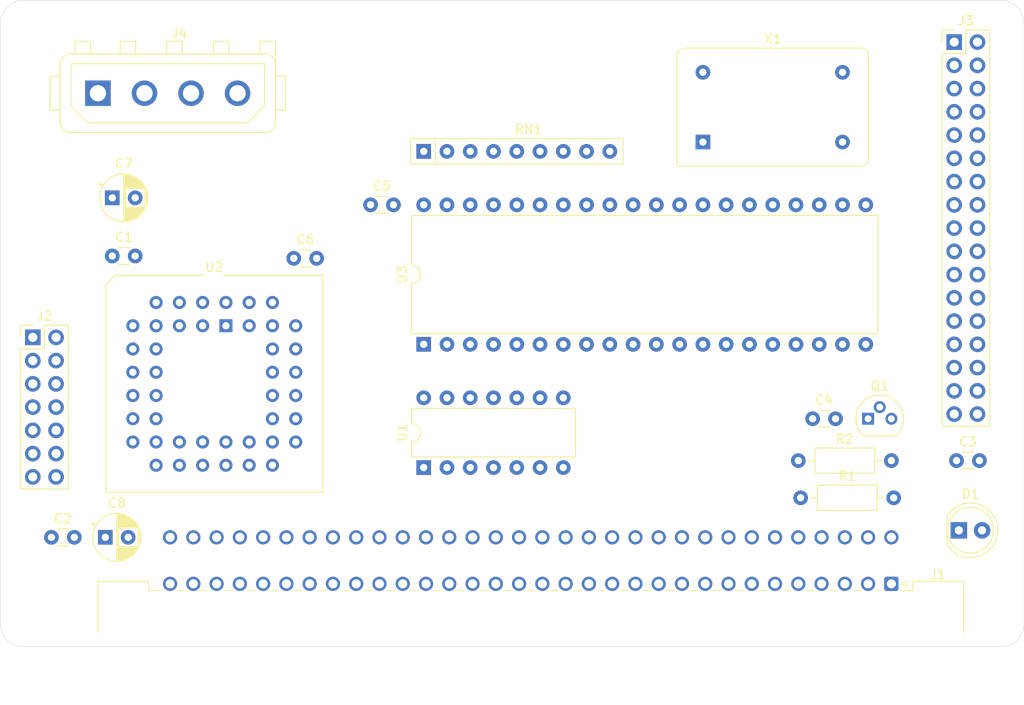
<source format=kicad_pcb>
(kicad_pcb (version 20171130) (host pcbnew "(5.1.10)-1")

  (general
    (thickness 1.6)
    (drawings 12)
    (tracks 0)
    (zones 0)
    (modules 21)
    (nets 105)
  )

  (page A4)
  (layers
    (0 F.Cu signal)
    (31 B.Cu signal)
    (32 B.Adhes user)
    (33 F.Adhes user)
    (34 B.Paste user)
    (35 F.Paste user)
    (36 B.SilkS user)
    (37 F.SilkS user)
    (38 B.Mask user)
    (39 F.Mask user)
    (40 Dwgs.User user)
    (41 Cmts.User user)
    (42 Eco1.User user)
    (43 Eco2.User user)
    (44 Edge.Cuts user)
    (45 Margin user)
    (46 B.CrtYd user)
    (47 F.CrtYd user)
    (48 B.Fab user)
    (49 F.Fab user)
  )

  (setup
    (last_trace_width 0.25)
    (trace_clearance 0.2)
    (zone_clearance 0.508)
    (zone_45_only no)
    (trace_min 0.2)
    (via_size 0.8)
    (via_drill 0.4)
    (via_min_size 0.4)
    (via_min_drill 0.3)
    (uvia_size 0.3)
    (uvia_drill 0.1)
    (uvias_allowed no)
    (uvia_min_size 0.2)
    (uvia_min_drill 0.1)
    (edge_width 0.05)
    (segment_width 0.2)
    (pcb_text_width 0.3)
    (pcb_text_size 1.5 1.5)
    (mod_edge_width 0.12)
    (mod_text_size 1 1)
    (mod_text_width 0.15)
    (pad_size 1.524 1.524)
    (pad_drill 0.762)
    (pad_to_mask_clearance 0)
    (aux_axis_origin 0 0)
    (visible_elements FFFFFF7F)
    (pcbplotparams
      (layerselection 0x010fc_ffffffff)
      (usegerberextensions false)
      (usegerberattributes true)
      (usegerberadvancedattributes true)
      (creategerberjobfile true)
      (excludeedgelayer true)
      (linewidth 0.100000)
      (plotframeref false)
      (viasonmask false)
      (mode 1)
      (useauxorigin false)
      (hpglpennumber 1)
      (hpglpenspeed 20)
      (hpglpendiameter 15.000000)
      (psnegative false)
      (psa4output false)
      (plotreference true)
      (plotvalue true)
      (plotinvisibletext false)
      (padsonsilk false)
      (subtractmaskfromsilk false)
      (outputformat 1)
      (mirror false)
      (drillshape 1)
      (scaleselection 1)
      (outputdirectory ""))
  )

  (net 0 "")
  (net 1 GND)
  (net 2 +5V)
  (net 3 "Net-(D1-Pad2)")
  (net 4 "Net-(D1-Pad1)")
  (net 5 +12V)
  (net 6 "Net-(J1-PadC30)")
  (net 7 "Net-(J1-PadC28)")
  (net 8 CS_DATA)
  (net 9 UDS)
  (net 10 "Net-(J1-PadC23)")
  (net 11 "Net-(J1-PadC22)")
  (net 12 "Net-(J1-PadC21)")
  (net 13 "Net-(J1-PadC20)")
  (net 14 "Net-(J1-PadC19)")
  (net 15 "Net-(J1-PadC18)")
  (net 16 "Net-(J1-PadC17)")
  (net 17 "Net-(J1-PadC16)")
  (net 18 "Net-(J1-PadC15)")
  (net 19 /A6)
  (net 20 "Net-(J1-PadC13)")
  (net 21 /A2)
  (net 22 /D7)
  (net 23 /D5)
  (net 24 /D3)
  (net 25 /D1)
  (net 26 "Net-(J1-PadC6)")
  (net 27 "Net-(J1-PadC5)")
  (net 28 "Net-(J1-PadC4)")
  (net 29 "Net-(J1-PadC3)")
  (net 30 "Net-(J1-PadC2)")
  (net 31 "Net-(J1-PadA30)")
  (net 32 "Net-(J1-PadA29)")
  (net 33 "Net-(J1-PadA28)")
  (net 34 CS_REG)
  (net 35 RW)
  (net 36 "Net-(J1-PadA25)")
  (net 37 "Net-(J1-PadA23)")
  (net 38 "Net-(J1-PadA22)")
  (net 39 "Net-(J1-PadA21)")
  (net 40 "Net-(J1-PadA20)")
  (net 41 "Net-(J1-PadA19)")
  (net 42 "Net-(J1-PadA18)")
  (net 43 "Net-(J1-PadA17)")
  (net 44 "Net-(J1-PadA16)")
  (net 45 /A7)
  (net 46 /A5)
  (net 47 /A3)
  (net 48 /A1)
  (net 49 /D6)
  (net 50 /D4)
  (net 51 /D2)
  (net 52 /D0)
  (net 53 "Net-(J1-PadA6)")
  (net 54 "Net-(J1-PadA5)")
  (net 55 "Net-(J1-PadA4)")
  (net 56 "Net-(J1-PadA3)")
  (net 57 "Net-(J2-Pad14)")
  (net 58 "Net-(J2-Pad13)")
  (net 59 "Net-(J2-Pad12)")
  (net 60 "Net-(J2-Pad10)")
  (net 61 "Net-(J2-Pad8)")
  (net 62 "Net-(J2-Pad6)")
  (net 63 "Net-(J2-Pad4)")
  (net 64 "Net-(J2-Pad1)")
  (net 65 "Net-(J3-Pad34)")
  (net 66 "Net-(J3-Pad32)")
  (net 67 "Net-(J3-Pad30)")
  (net 68 "Net-(J3-Pad28)")
  (net 69 "Net-(J3-Pad26)")
  (net 70 "Net-(J3-Pad24)")
  (net 71 "Net-(J3-Pad22)")
  (net 72 "Net-(J3-Pad20)")
  (net 73 "Net-(J3-Pad18)")
  (net 74 "Net-(J3-Pad16)")
  (net 75 "Net-(J3-Pad14)")
  (net 76 "Net-(J3-Pad12)")
  (net 77 "Net-(J3-Pad10)")
  (net 78 "Net-(J3-Pad8)")
  (net 79 "Net-(J3-Pad6)")
  (net 80 "Net-(J3-Pad4)")
  (net 81 "Net-(J3-Pad2)")
  (net 82 "Net-(Q1-Pad2)")
  (net 83 LED)
  (net 84 "Net-(RN1-Pad9)")
  (net 85 "Net-(RN1-Pad8)")
  (net 86 "Net-(RN1-Pad7)")
  (net 87 "Net-(U1-Pad11)")
  (net 88 ACK)
  (net 89 "Net-(U1-Pad8)")
  (net 90 IRQ)
  (net 91 FDC_CS)
  (net 92 CCR)
  (net 93 WR)
  (net 94 DOR)
  (net 95 DACK)
  (net 96 FDC_IRQ)
  (net 97 DMA)
  (net 98 TC)
  (net 99 FDC_RST)
  (net 100 RD)
  (net 101 RESET)
  (net 102 "Net-(U3-Pad35)")
  (net 103 CLK16M)
  (net 104 "Net-(X1-Pad1)")

  (net_class Default "This is the default net class."
    (clearance 0.2)
    (trace_width 0.25)
    (via_dia 0.8)
    (via_drill 0.4)
    (uvia_dia 0.3)
    (uvia_drill 0.1)
    (add_net +12V)
    (add_net +5V)
    (add_net /A1)
    (add_net /A2)
    (add_net /A3)
    (add_net /A5)
    (add_net /A6)
    (add_net /A7)
    (add_net /D0)
    (add_net /D1)
    (add_net /D2)
    (add_net /D3)
    (add_net /D4)
    (add_net /D5)
    (add_net /D6)
    (add_net /D7)
    (add_net ACK)
    (add_net CCR)
    (add_net CLK16M)
    (add_net CS_DATA)
    (add_net CS_REG)
    (add_net DACK)
    (add_net DMA)
    (add_net DOR)
    (add_net FDC_CS)
    (add_net FDC_IRQ)
    (add_net FDC_RST)
    (add_net GND)
    (add_net IRQ)
    (add_net LED)
    (add_net "Net-(D1-Pad1)")
    (add_net "Net-(D1-Pad2)")
    (add_net "Net-(J1-PadA16)")
    (add_net "Net-(J1-PadA17)")
    (add_net "Net-(J1-PadA18)")
    (add_net "Net-(J1-PadA19)")
    (add_net "Net-(J1-PadA20)")
    (add_net "Net-(J1-PadA21)")
    (add_net "Net-(J1-PadA22)")
    (add_net "Net-(J1-PadA23)")
    (add_net "Net-(J1-PadA25)")
    (add_net "Net-(J1-PadA28)")
    (add_net "Net-(J1-PadA29)")
    (add_net "Net-(J1-PadA3)")
    (add_net "Net-(J1-PadA30)")
    (add_net "Net-(J1-PadA4)")
    (add_net "Net-(J1-PadA5)")
    (add_net "Net-(J1-PadA6)")
    (add_net "Net-(J1-PadC13)")
    (add_net "Net-(J1-PadC15)")
    (add_net "Net-(J1-PadC16)")
    (add_net "Net-(J1-PadC17)")
    (add_net "Net-(J1-PadC18)")
    (add_net "Net-(J1-PadC19)")
    (add_net "Net-(J1-PadC2)")
    (add_net "Net-(J1-PadC20)")
    (add_net "Net-(J1-PadC21)")
    (add_net "Net-(J1-PadC22)")
    (add_net "Net-(J1-PadC23)")
    (add_net "Net-(J1-PadC28)")
    (add_net "Net-(J1-PadC3)")
    (add_net "Net-(J1-PadC30)")
    (add_net "Net-(J1-PadC4)")
    (add_net "Net-(J1-PadC5)")
    (add_net "Net-(J1-PadC6)")
    (add_net "Net-(J2-Pad1)")
    (add_net "Net-(J2-Pad10)")
    (add_net "Net-(J2-Pad12)")
    (add_net "Net-(J2-Pad13)")
    (add_net "Net-(J2-Pad14)")
    (add_net "Net-(J2-Pad4)")
    (add_net "Net-(J2-Pad6)")
    (add_net "Net-(J2-Pad8)")
    (add_net "Net-(J3-Pad10)")
    (add_net "Net-(J3-Pad12)")
    (add_net "Net-(J3-Pad14)")
    (add_net "Net-(J3-Pad16)")
    (add_net "Net-(J3-Pad18)")
    (add_net "Net-(J3-Pad2)")
    (add_net "Net-(J3-Pad20)")
    (add_net "Net-(J3-Pad22)")
    (add_net "Net-(J3-Pad24)")
    (add_net "Net-(J3-Pad26)")
    (add_net "Net-(J3-Pad28)")
    (add_net "Net-(J3-Pad30)")
    (add_net "Net-(J3-Pad32)")
    (add_net "Net-(J3-Pad34)")
    (add_net "Net-(J3-Pad4)")
    (add_net "Net-(J3-Pad6)")
    (add_net "Net-(J3-Pad8)")
    (add_net "Net-(Q1-Pad2)")
    (add_net "Net-(RN1-Pad7)")
    (add_net "Net-(RN1-Pad8)")
    (add_net "Net-(RN1-Pad9)")
    (add_net "Net-(U1-Pad11)")
    (add_net "Net-(U1-Pad8)")
    (add_net "Net-(U3-Pad35)")
    (add_net "Net-(X1-Pad1)")
    (add_net RD)
    (add_net RESET)
    (add_net RW)
    (add_net TC)
    (add_net UDS)
    (add_net WR)
  )

  (module Connector_TE-Connectivity:TE_MATE-N-LOK_350211-1_1x04_P5.08mm_Vertical (layer F.Cu) (tedit 5C696A5E) (tstamp 60AA858F)
    (at 97.028 66.548)
    (descr https://www.te.com/commerce/DocumentDelivery/DDEController?Action=showdoc&DocId=Customer+Drawing%7F350211%7FU5%7Fpdf%7FEnglish%7FENG_CD_350211_U5.pdf%7F350211-1)
    (tags "connector TE MATE-N-LOK top entry ATA PATA IDE 5.25 inch floppy drive power")
    (path /6193B1CC)
    (fp_text reference J4 (at 8.89 -6.5) (layer F.SilkS)
      (effects (font (size 1 1) (thickness 0.15)))
    )
    (fp_text value Conn_01x04 (at 7.62 5.01) (layer F.Fab)
      (effects (font (size 1 1) (thickness 0.15)))
    )
    (fp_arc (start -2.86 2.99) (end -4 2.99) (angle -90) (layer F.Fab) (width 0.1))
    (fp_arc (start 18.1 2.99) (end 18.1 4.13) (angle -90) (layer F.Fab) (width 0.1))
    (fp_arc (start -2.86 -2.99) (end -2.86 -4.13) (angle -90) (layer F.Fab) (width 0.1))
    (fp_arc (start 18.1 -2.99) (end 19.24 -2.99) (angle -90) (layer F.Fab) (width 0.1))
    (fp_text user %R (at 8 0) (layer F.Fab)
      (effects (font (size 1 1) (thickness 0.15)))
    )
    (fp_arc (start -3.01 3.14) (end -4.15 3.14) (angle -90) (layer F.SilkS) (width 0.12))
    (fp_arc (start -3.01 -3.14) (end -3.01 -4.28) (angle -90) (layer F.SilkS) (width 0.12))
    (fp_arc (start 18.25 3.14) (end 18.25 4.28) (angle -90) (layer F.SilkS) (width 0.12))
    (fp_arc (start 18.25 -3.14) (end 19.39 -3.14) (angle -90) (layer F.SilkS) (width 0.12))
    (fp_line (start -5.33 4.38) (end 20.57 4.38) (layer F.CrtYd) (width 0.05))
    (fp_line (start 20.57 4.38) (end 20.57 -5.77) (layer F.CrtYd) (width 0.05))
    (fp_line (start 20.57 -5.77) (end -5.33 -5.77) (layer F.CrtYd) (width 0.05))
    (fp_line (start -5.33 -5.77) (end -5.33 4.38) (layer F.CrtYd) (width 0.05))
    (fp_line (start -2.95 -3.22) (end 18.19 -3.22) (layer F.SilkS) (width 0.12))
    (fp_line (start 18.19 -3.22) (end 18.19 1.39) (layer F.SilkS) (width 0.12))
    (fp_line (start 18.19 1.39) (end 16.36 3.22) (layer F.SilkS) (width 0.12))
    (fp_line (start 16.36 3.22) (end -1.12 3.22) (layer F.SilkS) (width 0.12))
    (fp_line (start -1.12 3.22) (end -2.95 1.39) (layer F.SilkS) (width 0.12))
    (fp_line (start -2.95 1.39) (end -2.95 -3.22) (layer F.SilkS) (width 0.12))
    (fp_line (start -3.01 4.28) (end 18.25 4.28) (layer F.SilkS) (width 0.12))
    (fp_line (start 19.39 3.14) (end 19.39 -5.67) (layer F.SilkS) (width 0.12))
    (fp_line (start 18.25 -4.28) (end -3.01 -4.28) (layer F.SilkS) (width 0.12))
    (fp_line (start -4.15 -3.14) (end -4.15 3.14) (layer F.SilkS) (width 0.12))
    (fp_line (start 19.39 1.86) (end 20.47 1.86) (layer F.SilkS) (width 0.12))
    (fp_line (start 20.47 1.86) (end 20.47 -1.86) (layer F.SilkS) (width 0.12))
    (fp_line (start 20.47 -1.86) (end 19.39 -1.86) (layer F.SilkS) (width 0.12))
    (fp_line (start -4.15 1.86) (end -5.23 1.86) (layer F.SilkS) (width 0.12))
    (fp_line (start -5.23 1.86) (end -5.23 -1.86) (layer F.SilkS) (width 0.12))
    (fp_line (start -5.23 -1.86) (end -4.15 -1.86) (layer F.SilkS) (width 0.12))
    (fp_line (start 17.7 -4.28) (end 17.7 -5.67) (layer F.SilkS) (width 0.12))
    (fp_line (start 17.7 -5.67) (end 19.39 -5.67) (layer F.SilkS) (width 0.12))
    (fp_line (start -2.47 -5.67) (end -0.78 -5.67) (layer F.SilkS) (width 0.12))
    (fp_line (start -0.78 -5.67) (end -0.78 -4.28) (layer F.SilkS) (width 0.12))
    (fp_line (start -2.47 -4.28) (end -2.47 -5.67) (layer F.SilkS) (width 0.12))
    (fp_line (start 14.29 -5.67) (end 14.29 -4.28) (layer F.SilkS) (width 0.12))
    (fp_line (start 12.6 -4.28) (end 12.6 -5.67) (layer F.SilkS) (width 0.12))
    (fp_line (start 12.6 -5.67) (end 14.29 -5.67) (layer F.SilkS) (width 0.12))
    (fp_line (start 7.5 -5.67) (end 9.19 -5.67) (layer F.SilkS) (width 0.12))
    (fp_line (start 9.19 -5.67) (end 9.19 -4.28) (layer F.SilkS) (width 0.12))
    (fp_line (start 7.5 -4.28) (end 7.5 -5.67) (layer F.SilkS) (width 0.12))
    (fp_line (start 2.42 -4.28) (end 2.42 -5.67) (layer F.SilkS) (width 0.12))
    (fp_line (start 4.11 -5.67) (end 4.11 -4.28) (layer F.SilkS) (width 0.12))
    (fp_line (start 2.42 -5.67) (end 4.11 -5.67) (layer F.SilkS) (width 0.12))
    (fp_line (start -2.95 1.39) (end -2.95 -3.22) (layer F.Fab) (width 0.1))
    (fp_line (start -1.12 3.22) (end -2.95 1.39) (layer F.Fab) (width 0.1))
    (fp_line (start 16.36 3.22) (end -1.12 3.22) (layer F.Fab) (width 0.1))
    (fp_line (start 18.19 1.39) (end 16.36 3.22) (layer F.Fab) (width 0.1))
    (fp_line (start 18.19 -3.22) (end 18.19 1.39) (layer F.Fab) (width 0.1))
    (fp_line (start -2.95 -3.22) (end 18.19 -3.22) (layer F.Fab) (width 0.1))
    (fp_line (start 18.1 -4.13) (end -2.86 -4.13) (layer F.Fab) (width 0.1))
    (fp_line (start -2.86 4.13) (end 18.1 4.13) (layer F.Fab) (width 0.1))
    (fp_line (start 19.24 2.99) (end 19.24 -5.52) (layer F.Fab) (width 0.1))
    (fp_line (start -4 -2.99) (end -4 2.99) (layer F.Fab) (width 0.1))
    (fp_line (start 20.32 1.71) (end 20.32 -1.71) (layer F.Fab) (width 0.1))
    (fp_line (start 20.32 -1.71) (end 19.24 -1.71) (layer F.Fab) (width 0.1))
    (fp_line (start 19.24 1.71) (end 20.32 1.71) (layer F.Fab) (width 0.1))
    (fp_line (start -5.08 1.71) (end -5.08 -1.71) (layer F.Fab) (width 0.1))
    (fp_line (start -5.08 -1.71) (end -4 -1.71) (layer F.Fab) (width 0.1))
    (fp_line (start -4 1.71) (end -5.08 1.71) (layer F.Fab) (width 0.1))
    (fp_line (start 17.85 -5.52) (end 19.24 -5.52) (layer F.Fab) (width 0.1))
    (fp_line (start 17.85 -4.13) (end 17.85 -5.52) (layer F.Fab) (width 0.1))
    (fp_line (start 12.75 -5.52) (end 14.14 -5.52) (layer F.Fab) (width 0.1))
    (fp_line (start 7.65 -5.52) (end 9.04 -5.52) (layer F.Fab) (width 0.1))
    (fp_line (start 2.57 -5.52) (end 3.96 -5.52) (layer F.Fab) (width 0.1))
    (fp_line (start -2.32 -5.52) (end -0.93 -5.52) (layer F.Fab) (width 0.1))
    (fp_line (start -2.32 -4.13) (end -2.32 -5.52) (layer F.Fab) (width 0.1))
    (fp_line (start -0.93 -5.52) (end -0.93 -4.13) (layer F.Fab) (width 0.1))
    (fp_line (start 2.57 -4.13) (end 2.57 -5.52) (layer F.Fab) (width 0.1))
    (fp_line (start 3.96 -5.52) (end 3.96 -4.13) (layer F.Fab) (width 0.1))
    (fp_line (start 7.65 -4.13) (end 7.65 -5.52) (layer F.Fab) (width 0.1))
    (fp_line (start 9.04 -5.52) (end 9.04 -4.13) (layer F.Fab) (width 0.1))
    (fp_line (start 12.75 -4.13) (end 12.75 -5.52) (layer F.Fab) (width 0.1))
    (fp_line (start 14.14 -5.52) (end 14.14 -4.13) (layer F.Fab) (width 0.1))
    (pad 4 thru_hole circle (at 15.24 0) (size 2.78 2.78) (drill 1.78) (layers *.Cu *.Mask)
      (net 5 +12V))
    (pad 3 thru_hole circle (at 10.16 0) (size 2.78 2.78) (drill 1.78) (layers *.Cu *.Mask)
      (net 1 GND))
    (pad 2 thru_hole circle (at 5.08 0) (size 2.78 2.78) (drill 1.78) (layers *.Cu *.Mask)
      (net 1 GND))
    (pad 1 thru_hole rect (at 0 0) (size 2.78 2.78) (drill 1.78) (layers *.Cu *.Mask)
      (net 2 +5V))
    (model ${KISYS3DMOD}/Connector_TE-Connectivity.3dshapes/TE_MATE-N-LOK_350211-1_1x04_P5.08mm_Vertical.wrl
      (at (xyz 0 0 0))
      (scale (xyz 1 1 1))
      (rotate (xyz 0 0 0))
    )
  )

  (module Capacitor_THT:CP_Radial_D5.0mm_P2.50mm (layer F.Cu) (tedit 5AE50EF0) (tstamp 60AA5E06)
    (at 97.83 115.062)
    (descr "CP, Radial series, Radial, pin pitch=2.50mm, , diameter=5mm, Electrolytic Capacitor")
    (tags "CP Radial series Radial pin pitch 2.50mm  diameter 5mm Electrolytic Capacitor")
    (path /615F35A3)
    (fp_text reference C8 (at 1.25 -3.75) (layer F.SilkS)
      (effects (font (size 1 1) (thickness 0.15)))
    )
    (fp_text value 10uF (at 1.25 3.75) (layer F.Fab)
      (effects (font (size 1 1) (thickness 0.15)))
    )
    (fp_text user %R (at 1.25 0) (layer F.Fab)
      (effects (font (size 1 1) (thickness 0.15)))
    )
    (fp_circle (center 1.25 0) (end 3.75 0) (layer F.Fab) (width 0.1))
    (fp_circle (center 1.25 0) (end 3.87 0) (layer F.SilkS) (width 0.12))
    (fp_circle (center 1.25 0) (end 4 0) (layer F.CrtYd) (width 0.05))
    (fp_line (start -0.883605 -1.0875) (end -0.383605 -1.0875) (layer F.Fab) (width 0.1))
    (fp_line (start -0.633605 -1.3375) (end -0.633605 -0.8375) (layer F.Fab) (width 0.1))
    (fp_line (start 1.25 -2.58) (end 1.25 2.58) (layer F.SilkS) (width 0.12))
    (fp_line (start 1.29 -2.58) (end 1.29 2.58) (layer F.SilkS) (width 0.12))
    (fp_line (start 1.33 -2.579) (end 1.33 2.579) (layer F.SilkS) (width 0.12))
    (fp_line (start 1.37 -2.578) (end 1.37 2.578) (layer F.SilkS) (width 0.12))
    (fp_line (start 1.41 -2.576) (end 1.41 2.576) (layer F.SilkS) (width 0.12))
    (fp_line (start 1.45 -2.573) (end 1.45 2.573) (layer F.SilkS) (width 0.12))
    (fp_line (start 1.49 -2.569) (end 1.49 -1.04) (layer F.SilkS) (width 0.12))
    (fp_line (start 1.49 1.04) (end 1.49 2.569) (layer F.SilkS) (width 0.12))
    (fp_line (start 1.53 -2.565) (end 1.53 -1.04) (layer F.SilkS) (width 0.12))
    (fp_line (start 1.53 1.04) (end 1.53 2.565) (layer F.SilkS) (width 0.12))
    (fp_line (start 1.57 -2.561) (end 1.57 -1.04) (layer F.SilkS) (width 0.12))
    (fp_line (start 1.57 1.04) (end 1.57 2.561) (layer F.SilkS) (width 0.12))
    (fp_line (start 1.61 -2.556) (end 1.61 -1.04) (layer F.SilkS) (width 0.12))
    (fp_line (start 1.61 1.04) (end 1.61 2.556) (layer F.SilkS) (width 0.12))
    (fp_line (start 1.65 -2.55) (end 1.65 -1.04) (layer F.SilkS) (width 0.12))
    (fp_line (start 1.65 1.04) (end 1.65 2.55) (layer F.SilkS) (width 0.12))
    (fp_line (start 1.69 -2.543) (end 1.69 -1.04) (layer F.SilkS) (width 0.12))
    (fp_line (start 1.69 1.04) (end 1.69 2.543) (layer F.SilkS) (width 0.12))
    (fp_line (start 1.73 -2.536) (end 1.73 -1.04) (layer F.SilkS) (width 0.12))
    (fp_line (start 1.73 1.04) (end 1.73 2.536) (layer F.SilkS) (width 0.12))
    (fp_line (start 1.77 -2.528) (end 1.77 -1.04) (layer F.SilkS) (width 0.12))
    (fp_line (start 1.77 1.04) (end 1.77 2.528) (layer F.SilkS) (width 0.12))
    (fp_line (start 1.81 -2.52) (end 1.81 -1.04) (layer F.SilkS) (width 0.12))
    (fp_line (start 1.81 1.04) (end 1.81 2.52) (layer F.SilkS) (width 0.12))
    (fp_line (start 1.85 -2.511) (end 1.85 -1.04) (layer F.SilkS) (width 0.12))
    (fp_line (start 1.85 1.04) (end 1.85 2.511) (layer F.SilkS) (width 0.12))
    (fp_line (start 1.89 -2.501) (end 1.89 -1.04) (layer F.SilkS) (width 0.12))
    (fp_line (start 1.89 1.04) (end 1.89 2.501) (layer F.SilkS) (width 0.12))
    (fp_line (start 1.93 -2.491) (end 1.93 -1.04) (layer F.SilkS) (width 0.12))
    (fp_line (start 1.93 1.04) (end 1.93 2.491) (layer F.SilkS) (width 0.12))
    (fp_line (start 1.971 -2.48) (end 1.971 -1.04) (layer F.SilkS) (width 0.12))
    (fp_line (start 1.971 1.04) (end 1.971 2.48) (layer F.SilkS) (width 0.12))
    (fp_line (start 2.011 -2.468) (end 2.011 -1.04) (layer F.SilkS) (width 0.12))
    (fp_line (start 2.011 1.04) (end 2.011 2.468) (layer F.SilkS) (width 0.12))
    (fp_line (start 2.051 -2.455) (end 2.051 -1.04) (layer F.SilkS) (width 0.12))
    (fp_line (start 2.051 1.04) (end 2.051 2.455) (layer F.SilkS) (width 0.12))
    (fp_line (start 2.091 -2.442) (end 2.091 -1.04) (layer F.SilkS) (width 0.12))
    (fp_line (start 2.091 1.04) (end 2.091 2.442) (layer F.SilkS) (width 0.12))
    (fp_line (start 2.131 -2.428) (end 2.131 -1.04) (layer F.SilkS) (width 0.12))
    (fp_line (start 2.131 1.04) (end 2.131 2.428) (layer F.SilkS) (width 0.12))
    (fp_line (start 2.171 -2.414) (end 2.171 -1.04) (layer F.SilkS) (width 0.12))
    (fp_line (start 2.171 1.04) (end 2.171 2.414) (layer F.SilkS) (width 0.12))
    (fp_line (start 2.211 -2.398) (end 2.211 -1.04) (layer F.SilkS) (width 0.12))
    (fp_line (start 2.211 1.04) (end 2.211 2.398) (layer F.SilkS) (width 0.12))
    (fp_line (start 2.251 -2.382) (end 2.251 -1.04) (layer F.SilkS) (width 0.12))
    (fp_line (start 2.251 1.04) (end 2.251 2.382) (layer F.SilkS) (width 0.12))
    (fp_line (start 2.291 -2.365) (end 2.291 -1.04) (layer F.SilkS) (width 0.12))
    (fp_line (start 2.291 1.04) (end 2.291 2.365) (layer F.SilkS) (width 0.12))
    (fp_line (start 2.331 -2.348) (end 2.331 -1.04) (layer F.SilkS) (width 0.12))
    (fp_line (start 2.331 1.04) (end 2.331 2.348) (layer F.SilkS) (width 0.12))
    (fp_line (start 2.371 -2.329) (end 2.371 -1.04) (layer F.SilkS) (width 0.12))
    (fp_line (start 2.371 1.04) (end 2.371 2.329) (layer F.SilkS) (width 0.12))
    (fp_line (start 2.411 -2.31) (end 2.411 -1.04) (layer F.SilkS) (width 0.12))
    (fp_line (start 2.411 1.04) (end 2.411 2.31) (layer F.SilkS) (width 0.12))
    (fp_line (start 2.451 -2.29) (end 2.451 -1.04) (layer F.SilkS) (width 0.12))
    (fp_line (start 2.451 1.04) (end 2.451 2.29) (layer F.SilkS) (width 0.12))
    (fp_line (start 2.491 -2.268) (end 2.491 -1.04) (layer F.SilkS) (width 0.12))
    (fp_line (start 2.491 1.04) (end 2.491 2.268) (layer F.SilkS) (width 0.12))
    (fp_line (start 2.531 -2.247) (end 2.531 -1.04) (layer F.SilkS) (width 0.12))
    (fp_line (start 2.531 1.04) (end 2.531 2.247) (layer F.SilkS) (width 0.12))
    (fp_line (start 2.571 -2.224) (end 2.571 -1.04) (layer F.SilkS) (width 0.12))
    (fp_line (start 2.571 1.04) (end 2.571 2.224) (layer F.SilkS) (width 0.12))
    (fp_line (start 2.611 -2.2) (end 2.611 -1.04) (layer F.SilkS) (width 0.12))
    (fp_line (start 2.611 1.04) (end 2.611 2.2) (layer F.SilkS) (width 0.12))
    (fp_line (start 2.651 -2.175) (end 2.651 -1.04) (layer F.SilkS) (width 0.12))
    (fp_line (start 2.651 1.04) (end 2.651 2.175) (layer F.SilkS) (width 0.12))
    (fp_line (start 2.691 -2.149) (end 2.691 -1.04) (layer F.SilkS) (width 0.12))
    (fp_line (start 2.691 1.04) (end 2.691 2.149) (layer F.SilkS) (width 0.12))
    (fp_line (start 2.731 -2.122) (end 2.731 -1.04) (layer F.SilkS) (width 0.12))
    (fp_line (start 2.731 1.04) (end 2.731 2.122) (layer F.SilkS) (width 0.12))
    (fp_line (start 2.771 -2.095) (end 2.771 -1.04) (layer F.SilkS) (width 0.12))
    (fp_line (start 2.771 1.04) (end 2.771 2.095) (layer F.SilkS) (width 0.12))
    (fp_line (start 2.811 -2.065) (end 2.811 -1.04) (layer F.SilkS) (width 0.12))
    (fp_line (start 2.811 1.04) (end 2.811 2.065) (layer F.SilkS) (width 0.12))
    (fp_line (start 2.851 -2.035) (end 2.851 -1.04) (layer F.SilkS) (width 0.12))
    (fp_line (start 2.851 1.04) (end 2.851 2.035) (layer F.SilkS) (width 0.12))
    (fp_line (start 2.891 -2.004) (end 2.891 -1.04) (layer F.SilkS) (width 0.12))
    (fp_line (start 2.891 1.04) (end 2.891 2.004) (layer F.SilkS) (width 0.12))
    (fp_line (start 2.931 -1.971) (end 2.931 -1.04) (layer F.SilkS) (width 0.12))
    (fp_line (start 2.931 1.04) (end 2.931 1.971) (layer F.SilkS) (width 0.12))
    (fp_line (start 2.971 -1.937) (end 2.971 -1.04) (layer F.SilkS) (width 0.12))
    (fp_line (start 2.971 1.04) (end 2.971 1.937) (layer F.SilkS) (width 0.12))
    (fp_line (start 3.011 -1.901) (end 3.011 -1.04) (layer F.SilkS) (width 0.12))
    (fp_line (start 3.011 1.04) (end 3.011 1.901) (layer F.SilkS) (width 0.12))
    (fp_line (start 3.051 -1.864) (end 3.051 -1.04) (layer F.SilkS) (width 0.12))
    (fp_line (start 3.051 1.04) (end 3.051 1.864) (layer F.SilkS) (width 0.12))
    (fp_line (start 3.091 -1.826) (end 3.091 -1.04) (layer F.SilkS) (width 0.12))
    (fp_line (start 3.091 1.04) (end 3.091 1.826) (layer F.SilkS) (width 0.12))
    (fp_line (start 3.131 -1.785) (end 3.131 -1.04) (layer F.SilkS) (width 0.12))
    (fp_line (start 3.131 1.04) (end 3.131 1.785) (layer F.SilkS) (width 0.12))
    (fp_line (start 3.171 -1.743) (end 3.171 -1.04) (layer F.SilkS) (width 0.12))
    (fp_line (start 3.171 1.04) (end 3.171 1.743) (layer F.SilkS) (width 0.12))
    (fp_line (start 3.211 -1.699) (end 3.211 -1.04) (layer F.SilkS) (width 0.12))
    (fp_line (start 3.211 1.04) (end 3.211 1.699) (layer F.SilkS) (width 0.12))
    (fp_line (start 3.251 -1.653) (end 3.251 -1.04) (layer F.SilkS) (width 0.12))
    (fp_line (start 3.251 1.04) (end 3.251 1.653) (layer F.SilkS) (width 0.12))
    (fp_line (start 3.291 -1.605) (end 3.291 -1.04) (layer F.SilkS) (width 0.12))
    (fp_line (start 3.291 1.04) (end 3.291 1.605) (layer F.SilkS) (width 0.12))
    (fp_line (start 3.331 -1.554) (end 3.331 -1.04) (layer F.SilkS) (width 0.12))
    (fp_line (start 3.331 1.04) (end 3.331 1.554) (layer F.SilkS) (width 0.12))
    (fp_line (start 3.371 -1.5) (end 3.371 -1.04) (layer F.SilkS) (width 0.12))
    (fp_line (start 3.371 1.04) (end 3.371 1.5) (layer F.SilkS) (width 0.12))
    (fp_line (start 3.411 -1.443) (end 3.411 -1.04) (layer F.SilkS) (width 0.12))
    (fp_line (start 3.411 1.04) (end 3.411 1.443) (layer F.SilkS) (width 0.12))
    (fp_line (start 3.451 -1.383) (end 3.451 -1.04) (layer F.SilkS) (width 0.12))
    (fp_line (start 3.451 1.04) (end 3.451 1.383) (layer F.SilkS) (width 0.12))
    (fp_line (start 3.491 -1.319) (end 3.491 -1.04) (layer F.SilkS) (width 0.12))
    (fp_line (start 3.491 1.04) (end 3.491 1.319) (layer F.SilkS) (width 0.12))
    (fp_line (start 3.531 -1.251) (end 3.531 -1.04) (layer F.SilkS) (width 0.12))
    (fp_line (start 3.531 1.04) (end 3.531 1.251) (layer F.SilkS) (width 0.12))
    (fp_line (start 3.571 -1.178) (end 3.571 1.178) (layer F.SilkS) (width 0.12))
    (fp_line (start 3.611 -1.098) (end 3.611 1.098) (layer F.SilkS) (width 0.12))
    (fp_line (start 3.651 -1.011) (end 3.651 1.011) (layer F.SilkS) (width 0.12))
    (fp_line (start 3.691 -0.915) (end 3.691 0.915) (layer F.SilkS) (width 0.12))
    (fp_line (start 3.731 -0.805) (end 3.731 0.805) (layer F.SilkS) (width 0.12))
    (fp_line (start 3.771 -0.677) (end 3.771 0.677) (layer F.SilkS) (width 0.12))
    (fp_line (start 3.811 -0.518) (end 3.811 0.518) (layer F.SilkS) (width 0.12))
    (fp_line (start 3.851 -0.284) (end 3.851 0.284) (layer F.SilkS) (width 0.12))
    (fp_line (start -1.554775 -1.475) (end -1.054775 -1.475) (layer F.SilkS) (width 0.12))
    (fp_line (start -1.304775 -1.725) (end -1.304775 -1.225) (layer F.SilkS) (width 0.12))
    (pad 2 thru_hole circle (at 2.5 0) (size 1.6 1.6) (drill 0.8) (layers *.Cu *.Mask)
      (net 1 GND))
    (pad 1 thru_hole rect (at 0 0) (size 1.6 1.6) (drill 0.8) (layers *.Cu *.Mask)
      (net 2 +5V))
    (model ${KISYS3DMOD}/Capacitor_THT.3dshapes/CP_Radial_D5.0mm_P2.50mm.wrl
      (at (xyz 0 0 0))
      (scale (xyz 1 1 1))
      (rotate (xyz 0 0 0))
    )
  )

  (module Capacitor_THT:CP_Radial_D5.0mm_P2.50mm (layer F.Cu) (tedit 5AE50EF0) (tstamp 60AA5DF8)
    (at 98.592 77.978)
    (descr "CP, Radial series, Radial, pin pitch=2.50mm, , diameter=5mm, Electrolytic Capacitor")
    (tags "CP Radial series Radial pin pitch 2.50mm  diameter 5mm Electrolytic Capacitor")
    (path /615785E9)
    (fp_text reference C7 (at 1.25 -3.75) (layer F.SilkS)
      (effects (font (size 1 1) (thickness 0.15)))
    )
    (fp_text value 10uF (at 1.25 3.75) (layer F.Fab)
      (effects (font (size 1 1) (thickness 0.15)))
    )
    (fp_text user %R (at 1.25 0) (layer F.Fab)
      (effects (font (size 1 1) (thickness 0.15)))
    )
    (fp_circle (center 1.25 0) (end 3.75 0) (layer F.Fab) (width 0.1))
    (fp_circle (center 1.25 0) (end 3.87 0) (layer F.SilkS) (width 0.12))
    (fp_circle (center 1.25 0) (end 4 0) (layer F.CrtYd) (width 0.05))
    (fp_line (start -0.883605 -1.0875) (end -0.383605 -1.0875) (layer F.Fab) (width 0.1))
    (fp_line (start -0.633605 -1.3375) (end -0.633605 -0.8375) (layer F.Fab) (width 0.1))
    (fp_line (start 1.25 -2.58) (end 1.25 2.58) (layer F.SilkS) (width 0.12))
    (fp_line (start 1.29 -2.58) (end 1.29 2.58) (layer F.SilkS) (width 0.12))
    (fp_line (start 1.33 -2.579) (end 1.33 2.579) (layer F.SilkS) (width 0.12))
    (fp_line (start 1.37 -2.578) (end 1.37 2.578) (layer F.SilkS) (width 0.12))
    (fp_line (start 1.41 -2.576) (end 1.41 2.576) (layer F.SilkS) (width 0.12))
    (fp_line (start 1.45 -2.573) (end 1.45 2.573) (layer F.SilkS) (width 0.12))
    (fp_line (start 1.49 -2.569) (end 1.49 -1.04) (layer F.SilkS) (width 0.12))
    (fp_line (start 1.49 1.04) (end 1.49 2.569) (layer F.SilkS) (width 0.12))
    (fp_line (start 1.53 -2.565) (end 1.53 -1.04) (layer F.SilkS) (width 0.12))
    (fp_line (start 1.53 1.04) (end 1.53 2.565) (layer F.SilkS) (width 0.12))
    (fp_line (start 1.57 -2.561) (end 1.57 -1.04) (layer F.SilkS) (width 0.12))
    (fp_line (start 1.57 1.04) (end 1.57 2.561) (layer F.SilkS) (width 0.12))
    (fp_line (start 1.61 -2.556) (end 1.61 -1.04) (layer F.SilkS) (width 0.12))
    (fp_line (start 1.61 1.04) (end 1.61 2.556) (layer F.SilkS) (width 0.12))
    (fp_line (start 1.65 -2.55) (end 1.65 -1.04) (layer F.SilkS) (width 0.12))
    (fp_line (start 1.65 1.04) (end 1.65 2.55) (layer F.SilkS) (width 0.12))
    (fp_line (start 1.69 -2.543) (end 1.69 -1.04) (layer F.SilkS) (width 0.12))
    (fp_line (start 1.69 1.04) (end 1.69 2.543) (layer F.SilkS) (width 0.12))
    (fp_line (start 1.73 -2.536) (end 1.73 -1.04) (layer F.SilkS) (width 0.12))
    (fp_line (start 1.73 1.04) (end 1.73 2.536) (layer F.SilkS) (width 0.12))
    (fp_line (start 1.77 -2.528) (end 1.77 -1.04) (layer F.SilkS) (width 0.12))
    (fp_line (start 1.77 1.04) (end 1.77 2.528) (layer F.SilkS) (width 0.12))
    (fp_line (start 1.81 -2.52) (end 1.81 -1.04) (layer F.SilkS) (width 0.12))
    (fp_line (start 1.81 1.04) (end 1.81 2.52) (layer F.SilkS) (width 0.12))
    (fp_line (start 1.85 -2.511) (end 1.85 -1.04) (layer F.SilkS) (width 0.12))
    (fp_line (start 1.85 1.04) (end 1.85 2.511) (layer F.SilkS) (width 0.12))
    (fp_line (start 1.89 -2.501) (end 1.89 -1.04) (layer F.SilkS) (width 0.12))
    (fp_line (start 1.89 1.04) (end 1.89 2.501) (layer F.SilkS) (width 0.12))
    (fp_line (start 1.93 -2.491) (end 1.93 -1.04) (layer F.SilkS) (width 0.12))
    (fp_line (start 1.93 1.04) (end 1.93 2.491) (layer F.SilkS) (width 0.12))
    (fp_line (start 1.971 -2.48) (end 1.971 -1.04) (layer F.SilkS) (width 0.12))
    (fp_line (start 1.971 1.04) (end 1.971 2.48) (layer F.SilkS) (width 0.12))
    (fp_line (start 2.011 -2.468) (end 2.011 -1.04) (layer F.SilkS) (width 0.12))
    (fp_line (start 2.011 1.04) (end 2.011 2.468) (layer F.SilkS) (width 0.12))
    (fp_line (start 2.051 -2.455) (end 2.051 -1.04) (layer F.SilkS) (width 0.12))
    (fp_line (start 2.051 1.04) (end 2.051 2.455) (layer F.SilkS) (width 0.12))
    (fp_line (start 2.091 -2.442) (end 2.091 -1.04) (layer F.SilkS) (width 0.12))
    (fp_line (start 2.091 1.04) (end 2.091 2.442) (layer F.SilkS) (width 0.12))
    (fp_line (start 2.131 -2.428) (end 2.131 -1.04) (layer F.SilkS) (width 0.12))
    (fp_line (start 2.131 1.04) (end 2.131 2.428) (layer F.SilkS) (width 0.12))
    (fp_line (start 2.171 -2.414) (end 2.171 -1.04) (layer F.SilkS) (width 0.12))
    (fp_line (start 2.171 1.04) (end 2.171 2.414) (layer F.SilkS) (width 0.12))
    (fp_line (start 2.211 -2.398) (end 2.211 -1.04) (layer F.SilkS) (width 0.12))
    (fp_line (start 2.211 1.04) (end 2.211 2.398) (layer F.SilkS) (width 0.12))
    (fp_line (start 2.251 -2.382) (end 2.251 -1.04) (layer F.SilkS) (width 0.12))
    (fp_line (start 2.251 1.04) (end 2.251 2.382) (layer F.SilkS) (width 0.12))
    (fp_line (start 2.291 -2.365) (end 2.291 -1.04) (layer F.SilkS) (width 0.12))
    (fp_line (start 2.291 1.04) (end 2.291 2.365) (layer F.SilkS) (width 0.12))
    (fp_line (start 2.331 -2.348) (end 2.331 -1.04) (layer F.SilkS) (width 0.12))
    (fp_line (start 2.331 1.04) (end 2.331 2.348) (layer F.SilkS) (width 0.12))
    (fp_line (start 2.371 -2.329) (end 2.371 -1.04) (layer F.SilkS) (width 0.12))
    (fp_line (start 2.371 1.04) (end 2.371 2.329) (layer F.SilkS) (width 0.12))
    (fp_line (start 2.411 -2.31) (end 2.411 -1.04) (layer F.SilkS) (width 0.12))
    (fp_line (start 2.411 1.04) (end 2.411 2.31) (layer F.SilkS) (width 0.12))
    (fp_line (start 2.451 -2.29) (end 2.451 -1.04) (layer F.SilkS) (width 0.12))
    (fp_line (start 2.451 1.04) (end 2.451 2.29) (layer F.SilkS) (width 0.12))
    (fp_line (start 2.491 -2.268) (end 2.491 -1.04) (layer F.SilkS) (width 0.12))
    (fp_line (start 2.491 1.04) (end 2.491 2.268) (layer F.SilkS) (width 0.12))
    (fp_line (start 2.531 -2.247) (end 2.531 -1.04) (layer F.SilkS) (width 0.12))
    (fp_line (start 2.531 1.04) (end 2.531 2.247) (layer F.SilkS) (width 0.12))
    (fp_line (start 2.571 -2.224) (end 2.571 -1.04) (layer F.SilkS) (width 0.12))
    (fp_line (start 2.571 1.04) (end 2.571 2.224) (layer F.SilkS) (width 0.12))
    (fp_line (start 2.611 -2.2) (end 2.611 -1.04) (layer F.SilkS) (width 0.12))
    (fp_line (start 2.611 1.04) (end 2.611 2.2) (layer F.SilkS) (width 0.12))
    (fp_line (start 2.651 -2.175) (end 2.651 -1.04) (layer F.SilkS) (width 0.12))
    (fp_line (start 2.651 1.04) (end 2.651 2.175) (layer F.SilkS) (width 0.12))
    (fp_line (start 2.691 -2.149) (end 2.691 -1.04) (layer F.SilkS) (width 0.12))
    (fp_line (start 2.691 1.04) (end 2.691 2.149) (layer F.SilkS) (width 0.12))
    (fp_line (start 2.731 -2.122) (end 2.731 -1.04) (layer F.SilkS) (width 0.12))
    (fp_line (start 2.731 1.04) (end 2.731 2.122) (layer F.SilkS) (width 0.12))
    (fp_line (start 2.771 -2.095) (end 2.771 -1.04) (layer F.SilkS) (width 0.12))
    (fp_line (start 2.771 1.04) (end 2.771 2.095) (layer F.SilkS) (width 0.12))
    (fp_line (start 2.811 -2.065) (end 2.811 -1.04) (layer F.SilkS) (width 0.12))
    (fp_line (start 2.811 1.04) (end 2.811 2.065) (layer F.SilkS) (width 0.12))
    (fp_line (start 2.851 -2.035) (end 2.851 -1.04) (layer F.SilkS) (width 0.12))
    (fp_line (start 2.851 1.04) (end 2.851 2.035) (layer F.SilkS) (width 0.12))
    (fp_line (start 2.891 -2.004) (end 2.891 -1.04) (layer F.SilkS) (width 0.12))
    (fp_line (start 2.891 1.04) (end 2.891 2.004) (layer F.SilkS) (width 0.12))
    (fp_line (start 2.931 -1.971) (end 2.931 -1.04) (layer F.SilkS) (width 0.12))
    (fp_line (start 2.931 1.04) (end 2.931 1.971) (layer F.SilkS) (width 0.12))
    (fp_line (start 2.971 -1.937) (end 2.971 -1.04) (layer F.SilkS) (width 0.12))
    (fp_line (start 2.971 1.04) (end 2.971 1.937) (layer F.SilkS) (width 0.12))
    (fp_line (start 3.011 -1.901) (end 3.011 -1.04) (layer F.SilkS) (width 0.12))
    (fp_line (start 3.011 1.04) (end 3.011 1.901) (layer F.SilkS) (width 0.12))
    (fp_line (start 3.051 -1.864) (end 3.051 -1.04) (layer F.SilkS) (width 0.12))
    (fp_line (start 3.051 1.04) (end 3.051 1.864) (layer F.SilkS) (width 0.12))
    (fp_line (start 3.091 -1.826) (end 3.091 -1.04) (layer F.SilkS) (width 0.12))
    (fp_line (start 3.091 1.04) (end 3.091 1.826) (layer F.SilkS) (width 0.12))
    (fp_line (start 3.131 -1.785) (end 3.131 -1.04) (layer F.SilkS) (width 0.12))
    (fp_line (start 3.131 1.04) (end 3.131 1.785) (layer F.SilkS) (width 0.12))
    (fp_line (start 3.171 -1.743) (end 3.171 -1.04) (layer F.SilkS) (width 0.12))
    (fp_line (start 3.171 1.04) (end 3.171 1.743) (layer F.SilkS) (width 0.12))
    (fp_line (start 3.211 -1.699) (end 3.211 -1.04) (layer F.SilkS) (width 0.12))
    (fp_line (start 3.211 1.04) (end 3.211 1.699) (layer F.SilkS) (width 0.12))
    (fp_line (start 3.251 -1.653) (end 3.251 -1.04) (layer F.SilkS) (width 0.12))
    (fp_line (start 3.251 1.04) (end 3.251 1.653) (layer F.SilkS) (width 0.12))
    (fp_line (start 3.291 -1.605) (end 3.291 -1.04) (layer F.SilkS) (width 0.12))
    (fp_line (start 3.291 1.04) (end 3.291 1.605) (layer F.SilkS) (width 0.12))
    (fp_line (start 3.331 -1.554) (end 3.331 -1.04) (layer F.SilkS) (width 0.12))
    (fp_line (start 3.331 1.04) (end 3.331 1.554) (layer F.SilkS) (width 0.12))
    (fp_line (start 3.371 -1.5) (end 3.371 -1.04) (layer F.SilkS) (width 0.12))
    (fp_line (start 3.371 1.04) (end 3.371 1.5) (layer F.SilkS) (width 0.12))
    (fp_line (start 3.411 -1.443) (end 3.411 -1.04) (layer F.SilkS) (width 0.12))
    (fp_line (start 3.411 1.04) (end 3.411 1.443) (layer F.SilkS) (width 0.12))
    (fp_line (start 3.451 -1.383) (end 3.451 -1.04) (layer F.SilkS) (width 0.12))
    (fp_line (start 3.451 1.04) (end 3.451 1.383) (layer F.SilkS) (width 0.12))
    (fp_line (start 3.491 -1.319) (end 3.491 -1.04) (layer F.SilkS) (width 0.12))
    (fp_line (start 3.491 1.04) (end 3.491 1.319) (layer F.SilkS) (width 0.12))
    (fp_line (start 3.531 -1.251) (end 3.531 -1.04) (layer F.SilkS) (width 0.12))
    (fp_line (start 3.531 1.04) (end 3.531 1.251) (layer F.SilkS) (width 0.12))
    (fp_line (start 3.571 -1.178) (end 3.571 1.178) (layer F.SilkS) (width 0.12))
    (fp_line (start 3.611 -1.098) (end 3.611 1.098) (layer F.SilkS) (width 0.12))
    (fp_line (start 3.651 -1.011) (end 3.651 1.011) (layer F.SilkS) (width 0.12))
    (fp_line (start 3.691 -0.915) (end 3.691 0.915) (layer F.SilkS) (width 0.12))
    (fp_line (start 3.731 -0.805) (end 3.731 0.805) (layer F.SilkS) (width 0.12))
    (fp_line (start 3.771 -0.677) (end 3.771 0.677) (layer F.SilkS) (width 0.12))
    (fp_line (start 3.811 -0.518) (end 3.811 0.518) (layer F.SilkS) (width 0.12))
    (fp_line (start 3.851 -0.284) (end 3.851 0.284) (layer F.SilkS) (width 0.12))
    (fp_line (start -1.554775 -1.475) (end -1.054775 -1.475) (layer F.SilkS) (width 0.12))
    (fp_line (start -1.304775 -1.725) (end -1.304775 -1.225) (layer F.SilkS) (width 0.12))
    (pad 2 thru_hole circle (at 2.5 0) (size 1.6 1.6) (drill 0.8) (layers *.Cu *.Mask)
      (net 1 GND))
    (pad 1 thru_hole rect (at 0 0) (size 1.6 1.6) (drill 0.8) (layers *.Cu *.Mask)
      (net 2 +5V))
    (model ${KISYS3DMOD}/Capacitor_THT.3dshapes/CP_Radial_D5.0mm_P2.50mm.wrl
      (at (xyz 0 0 0))
      (scale (xyz 1 1 1))
      (rotate (xyz 0 0 0))
    )
  )

  (module Oscillator:Oscillator_DIP-14 (layer F.Cu) (tedit 58CD3344) (tstamp 60AA67D4)
    (at 163.068 71.882)
    (descr "Oscillator, DIP14, http://cdn-reichelt.de/documents/datenblatt/B400/OSZI.pdf")
    (tags oscillator)
    (path /614B3EDA)
    (fp_text reference X1 (at 7.62 -11.26) (layer F.SilkS)
      (effects (font (size 1 1) (thickness 0.15)))
    )
    (fp_text value 16MHz (at 7.62 3.74) (layer F.Fab)
      (effects (font (size 1 1) (thickness 0.15)))
    )
    (fp_arc (start -2.08 -9.51) (end -2.73 -9.51) (angle 90) (layer F.Fab) (width 0.1))
    (fp_arc (start 17.32 -9.51) (end 17.32 -10.16) (angle 90) (layer F.Fab) (width 0.1))
    (fp_arc (start 17.32 1.89) (end 17.97 1.89) (angle 90) (layer F.Fab) (width 0.1))
    (fp_arc (start -2.08 -9.51) (end -2.83 -9.51) (angle 90) (layer F.SilkS) (width 0.12))
    (fp_arc (start 17.32 -9.51) (end 17.32 -10.26) (angle 90) (layer F.SilkS) (width 0.12))
    (fp_arc (start 17.32 1.89) (end 18.07 1.89) (angle 90) (layer F.SilkS) (width 0.12))
    (fp_arc (start -1.38 -8.81) (end -1.73 -8.81) (angle 90) (layer F.Fab) (width 0.1))
    (fp_arc (start 16.62 -8.81) (end 16.62 -9.16) (angle 90) (layer F.Fab) (width 0.1))
    (fp_arc (start 16.62 1.19) (end 16.97 1.19) (angle 90) (layer F.Fab) (width 0.1))
    (fp_text user %R (at 7.62 -3.81) (layer F.Fab)
      (effects (font (size 1 1) (thickness 0.15)))
    )
    (fp_line (start 18.22 2.79) (end 18.22 -10.41) (layer F.CrtYd) (width 0.05))
    (fp_line (start 18.22 -10.41) (end -2.98 -10.41) (layer F.CrtYd) (width 0.05))
    (fp_line (start -2.98 -10.41) (end -2.98 2.79) (layer F.CrtYd) (width 0.05))
    (fp_line (start -2.98 2.79) (end 18.22 2.79) (layer F.CrtYd) (width 0.05))
    (fp_line (start 16.97 1.19) (end 16.97 -8.81) (layer F.Fab) (width 0.1))
    (fp_line (start -1.38 -9.16) (end 16.62 -9.16) (layer F.Fab) (width 0.1))
    (fp_line (start -1.73 1.54) (end -1.73 -8.81) (layer F.Fab) (width 0.1))
    (fp_line (start -1.73 1.54) (end 16.62 1.54) (layer F.Fab) (width 0.1))
    (fp_line (start -2.83 -9.51) (end -2.83 2.64) (layer F.SilkS) (width 0.12))
    (fp_line (start 17.32 -10.26) (end -2.08 -10.26) (layer F.SilkS) (width 0.12))
    (fp_line (start 18.07 1.89) (end 18.07 -9.51) (layer F.SilkS) (width 0.12))
    (fp_line (start -2.83 2.64) (end 17.32 2.64) (layer F.SilkS) (width 0.12))
    (fp_line (start -2.73 2.54) (end 17.32 2.54) (layer F.Fab) (width 0.1))
    (fp_line (start 17.97 -9.51) (end 17.97 1.89) (layer F.Fab) (width 0.1))
    (fp_line (start -2.08 -10.16) (end 17.32 -10.16) (layer F.Fab) (width 0.1))
    (fp_line (start -2.73 2.54) (end -2.73 -9.51) (layer F.Fab) (width 0.1))
    (pad 7 thru_hole circle (at 15.24 0) (size 1.6 1.6) (drill 0.8) (layers *.Cu *.Mask)
      (net 1 GND))
    (pad 8 thru_hole circle (at 15.24 -7.62) (size 1.6 1.6) (drill 0.8) (layers *.Cu *.Mask)
      (net 103 CLK16M))
    (pad 14 thru_hole circle (at 0 -7.62) (size 1.6 1.6) (drill 0.8) (layers *.Cu *.Mask)
      (net 2 +5V))
    (pad 1 thru_hole rect (at 0 0) (size 1.6 1.6) (drill 0.8) (layers *.Cu *.Mask)
      (net 104 "Net-(X1-Pad1)"))
    (model ${KISYS3DMOD}/Oscillator.3dshapes/Oscillator_DIP-14.wrl
      (at (xyz 0 0 0))
      (scale (xyz 1 1 1))
      (rotate (xyz 0 0 0))
    )
  )

  (module Package_DIP:DIP-40_W15.24mm (layer F.Cu) (tedit 5A02E8C5) (tstamp 60AA6001)
    (at 132.588 93.98 90)
    (descr "40-lead though-hole mounted DIP package, row spacing 15.24 mm (600 mils)")
    (tags "THT DIP DIL PDIP 2.54mm 15.24mm 600mil")
    (path /60A6CD4B)
    (fp_text reference U3 (at 7.62 -2.33 90) (layer F.SilkS)
      (effects (font (size 1 1) (thickness 0.15)))
    )
    (fp_text value WD37C65C (at 7.62 50.59 90) (layer F.Fab)
      (effects (font (size 1 1) (thickness 0.15)))
    )
    (fp_text user %R (at 7.62 24.13 90) (layer F.Fab)
      (effects (font (size 1 1) (thickness 0.15)))
    )
    (fp_arc (start 7.62 -1.33) (end 6.62 -1.33) (angle -180) (layer F.SilkS) (width 0.12))
    (fp_line (start 1.255 -1.27) (end 14.985 -1.27) (layer F.Fab) (width 0.1))
    (fp_line (start 14.985 -1.27) (end 14.985 49.53) (layer F.Fab) (width 0.1))
    (fp_line (start 14.985 49.53) (end 0.255 49.53) (layer F.Fab) (width 0.1))
    (fp_line (start 0.255 49.53) (end 0.255 -0.27) (layer F.Fab) (width 0.1))
    (fp_line (start 0.255 -0.27) (end 1.255 -1.27) (layer F.Fab) (width 0.1))
    (fp_line (start 6.62 -1.33) (end 1.16 -1.33) (layer F.SilkS) (width 0.12))
    (fp_line (start 1.16 -1.33) (end 1.16 49.59) (layer F.SilkS) (width 0.12))
    (fp_line (start 1.16 49.59) (end 14.08 49.59) (layer F.SilkS) (width 0.12))
    (fp_line (start 14.08 49.59) (end 14.08 -1.33) (layer F.SilkS) (width 0.12))
    (fp_line (start 14.08 -1.33) (end 8.62 -1.33) (layer F.SilkS) (width 0.12))
    (fp_line (start -1.05 -1.55) (end -1.05 49.8) (layer F.CrtYd) (width 0.05))
    (fp_line (start -1.05 49.8) (end 16.3 49.8) (layer F.CrtYd) (width 0.05))
    (fp_line (start 16.3 49.8) (end 16.3 -1.55) (layer F.CrtYd) (width 0.05))
    (fp_line (start 16.3 -1.55) (end -1.05 -1.55) (layer F.CrtYd) (width 0.05))
    (pad 40 thru_hole oval (at 15.24 0 90) (size 1.6 1.6) (drill 0.8) (layers *.Cu *.Mask)
      (net 2 +5V))
    (pad 20 thru_hole oval (at 0 48.26 90) (size 1.6 1.6) (drill 0.8) (layers *.Cu *.Mask)
      (net 67 "Net-(J3-Pad30)"))
    (pad 39 thru_hole oval (at 15.24 2.54 90) (size 1.6 1.6) (drill 0.8) (layers *.Cu *.Mask)
      (net 78 "Net-(J3-Pad8)"))
    (pad 19 thru_hole oval (at 0 45.72 90) (size 1.6 1.6) (drill 0.8) (layers *.Cu *.Mask)
      (net 99 FDC_RST))
    (pad 38 thru_hole oval (at 15.24 5.08 90) (size 1.6 1.6) (drill 0.8) (layers *.Cu *.Mask)
      (net 69 "Net-(J3-Pad26)"))
    (pad 18 thru_hole oval (at 0 43.18 90) (size 1.6 1.6) (drill 0.8) (layers *.Cu *.Mask)
      (net 92 CCR))
    (pad 37 thru_hole oval (at 15.24 7.62 90) (size 1.6 1.6) (drill 0.8) (layers *.Cu *.Mask)
      (net 68 "Net-(J3-Pad28)"))
    (pad 17 thru_hole oval (at 0 40.64 90) (size 1.6 1.6) (drill 0.8) (layers *.Cu *.Mask)
      (net 94 DOR))
    (pad 36 thru_hole oval (at 15.24 10.16 90) (size 1.6 1.6) (drill 0.8) (layers *.Cu *.Mask)
      (net 81 "Net-(J3-Pad2)"))
    (pad 16 thru_hole oval (at 0 38.1 90) (size 1.6 1.6) (drill 0.8) (layers *.Cu *.Mask)
      (net 96 FDC_IRQ))
    (pad 35 thru_hole oval (at 15.24 12.7 90) (size 1.6 1.6) (drill 0.8) (layers *.Cu *.Mask)
      (net 102 "Net-(U3-Pad35)"))
    (pad 15 thru_hole oval (at 0 35.56 90) (size 1.6 1.6) (drill 0.8) (layers *.Cu *.Mask)
      (net 97 DMA))
    (pad 34 thru_hole oval (at 15.24 15.24 90) (size 1.6 1.6) (drill 0.8) (layers *.Cu *.Mask)
      (net 74 "Net-(J3-Pad16)"))
    (pad 14 thru_hole oval (at 0 33.02 90) (size 1.6 1.6) (drill 0.8) (layers *.Cu *.Mask)
      (net 22 /D7))
    (pad 33 thru_hole oval (at 15.24 17.78 90) (size 1.6 1.6) (drill 0.8) (layers *.Cu *.Mask)
      (net 77 "Net-(J3-Pad10)"))
    (pad 13 thru_hole oval (at 0 30.48 90) (size 1.6 1.6) (drill 0.8) (layers *.Cu *.Mask)
      (net 49 /D6))
    (pad 32 thru_hole oval (at 15.24 20.32 90) (size 1.6 1.6) (drill 0.8) (layers *.Cu *.Mask)
      (net 76 "Net-(J3-Pad12)"))
    (pad 12 thru_hole oval (at 0 27.94 90) (size 1.6 1.6) (drill 0.8) (layers *.Cu *.Mask)
      (net 23 /D5))
    (pad 31 thru_hole oval (at 15.24 22.86 90) (size 1.6 1.6) (drill 0.8) (layers *.Cu *.Mask)
      (net 1 GND))
    (pad 11 thru_hole oval (at 0 25.4 90) (size 1.6 1.6) (drill 0.8) (layers *.Cu *.Mask)
      (net 50 /D4))
    (pad 30 thru_hole oval (at 15.24 25.4 90) (size 1.6 1.6) (drill 0.8) (layers *.Cu *.Mask)
      (net 75 "Net-(J3-Pad14)"))
    (pad 10 thru_hole oval (at 0 22.86 90) (size 1.6 1.6) (drill 0.8) (layers *.Cu *.Mask)
      (net 24 /D3))
    (pad 29 thru_hole oval (at 15.24 27.94 90) (size 1.6 1.6) (drill 0.8) (layers *.Cu *.Mask)
      (net 72 "Net-(J3-Pad20)"))
    (pad 9 thru_hole oval (at 0 20.32 90) (size 1.6 1.6) (drill 0.8) (layers *.Cu *.Mask)
      (net 51 /D2))
    (pad 28 thru_hole oval (at 15.24 30.48 90) (size 1.6 1.6) (drill 0.8) (layers *.Cu *.Mask)
      (net 73 "Net-(J3-Pad18)"))
    (pad 8 thru_hole oval (at 0 17.78 90) (size 1.6 1.6) (drill 0.8) (layers *.Cu *.Mask)
      (net 25 /D1))
    (pad 27 thru_hole oval (at 15.24 33.02 90) (size 1.6 1.6) (drill 0.8) (layers *.Cu *.Mask)
      (net 71 "Net-(J3-Pad22)"))
    (pad 7 thru_hole oval (at 0 15.24 90) (size 1.6 1.6) (drill 0.8) (layers *.Cu *.Mask)
      (net 52 /D0))
    (pad 26 thru_hole oval (at 15.24 35.56 90) (size 1.6 1.6) (drill 0.8) (layers *.Cu *.Mask)
      (net 70 "Net-(J3-Pad24)"))
    (pad 6 thru_hole oval (at 0 12.7 90) (size 1.6 1.6) (drill 0.8) (layers *.Cu *.Mask)
      (net 98 TC))
    (pad 25 thru_hole oval (at 15.24 38.1 90) (size 1.6 1.6) (drill 0.8) (layers *.Cu *.Mask)
      (net 66 "Net-(J3-Pad32)"))
    (pad 5 thru_hole oval (at 0 10.16 90) (size 1.6 1.6) (drill 0.8) (layers *.Cu *.Mask)
      (net 95 DACK))
    (pad 24 thru_hole oval (at 15.24 40.64 90) (size 1.6 1.6) (drill 0.8) (layers *.Cu *.Mask)
      (net 2 +5V))
    (pad 4 thru_hole oval (at 0 7.62 90) (size 1.6 1.6) (drill 0.8) (layers *.Cu *.Mask)
      (net 48 /A1))
    (pad 23 thru_hole oval (at 15.24 43.18 90) (size 1.6 1.6) (drill 0.8) (layers *.Cu *.Mask)
      (net 103 CLK16M))
    (pad 3 thru_hole oval (at 0 5.08 90) (size 1.6 1.6) (drill 0.8) (layers *.Cu *.Mask)
      (net 91 FDC_CS))
    (pad 22 thru_hole oval (at 15.24 45.72 90) (size 1.6 1.6) (drill 0.8) (layers *.Cu *.Mask)
      (net 1 GND))
    (pad 2 thru_hole oval (at 0 2.54 90) (size 1.6 1.6) (drill 0.8) (layers *.Cu *.Mask)
      (net 93 WR))
    (pad 21 thru_hole oval (at 15.24 48.26 90) (size 1.6 1.6) (drill 0.8) (layers *.Cu *.Mask)
      (net 1 GND))
    (pad 1 thru_hole rect (at 0 0 90) (size 1.6 1.6) (drill 0.8) (layers *.Cu *.Mask)
      (net 100 RD))
    (model ${KISYS3DMOD}/Package_DIP.3dshapes/DIP-40_W15.24mm.wrl
      (at (xyz 0 0 0))
      (scale (xyz 1 1 1))
      (rotate (xyz 0 0 0))
    )
  )

  (module Package_LCC:PLCC-44_THT-Socket (layer F.Cu) (tedit 5A02ECC8) (tstamp 60AA5FC5)
    (at 110.998 91.948)
    (descr "PLCC, 44 pins, through hole")
    (tags "plcc leaded")
    (path /60A6DFEC)
    (fp_text reference U2 (at -1.27 -6.4) (layer F.SilkS)
      (effects (font (size 1 1) (thickness 0.15)))
    )
    (fp_text value XC9536PC44 (at -1.27 19.1) (layer F.Fab)
      (effects (font (size 1 1) (thickness 0.15)))
    )
    (fp_text user %R (at -1.27 6.35) (layer F.Fab)
      (effects (font (size 1 1) (thickness 0.15)))
    )
    (fp_line (start -12.02 -5.4) (end -13.02 -4.4) (layer F.Fab) (width 0.1))
    (fp_line (start -13.02 -4.4) (end -13.02 18.1) (layer F.Fab) (width 0.1))
    (fp_line (start -13.02 18.1) (end 10.48 18.1) (layer F.Fab) (width 0.1))
    (fp_line (start 10.48 18.1) (end 10.48 -5.4) (layer F.Fab) (width 0.1))
    (fp_line (start 10.48 -5.4) (end -12.02 -5.4) (layer F.Fab) (width 0.1))
    (fp_line (start -13.52 -5.9) (end -13.52 18.6) (layer F.CrtYd) (width 0.05))
    (fp_line (start -13.52 18.6) (end 10.98 18.6) (layer F.CrtYd) (width 0.05))
    (fp_line (start 10.98 18.6) (end 10.98 -5.9) (layer F.CrtYd) (width 0.05))
    (fp_line (start 10.98 -5.9) (end -13.52 -5.9) (layer F.CrtYd) (width 0.05))
    (fp_line (start -10.48 -2.86) (end -10.48 15.56) (layer F.Fab) (width 0.1))
    (fp_line (start -10.48 15.56) (end 7.94 15.56) (layer F.Fab) (width 0.1))
    (fp_line (start 7.94 15.56) (end 7.94 -2.86) (layer F.Fab) (width 0.1))
    (fp_line (start 7.94 -2.86) (end -10.48 -2.86) (layer F.Fab) (width 0.1))
    (fp_line (start -1.77 -5.4) (end -1.27 -4.4) (layer F.Fab) (width 0.1))
    (fp_line (start -1.27 -4.4) (end -0.77 -5.4) (layer F.Fab) (width 0.1))
    (fp_line (start -2.27 -5.5) (end -12.12 -5.5) (layer F.SilkS) (width 0.12))
    (fp_line (start -12.12 -5.5) (end -13.12 -4.5) (layer F.SilkS) (width 0.12))
    (fp_line (start -13.12 -4.5) (end -13.12 18.2) (layer F.SilkS) (width 0.12))
    (fp_line (start -13.12 18.2) (end 10.58 18.2) (layer F.SilkS) (width 0.12))
    (fp_line (start 10.58 18.2) (end 10.58 -5.5) (layer F.SilkS) (width 0.12))
    (fp_line (start 10.58 -5.5) (end -0.27 -5.5) (layer F.SilkS) (width 0.12))
    (pad 39 thru_hole circle (at 7.62 0) (size 1.4224 1.4224) (drill 0.8) (layers *.Cu *.Mask)
      (net 23 /D5))
    (pad 37 thru_hole circle (at 7.62 2.54) (size 1.4224 1.4224) (drill 0.8) (layers *.Cu *.Mask)
      (net 22 /D7))
    (pad 35 thru_hole circle (at 7.62 5.08) (size 1.4224 1.4224) (drill 0.8) (layers *.Cu *.Mask)
      (net 91 FDC_CS))
    (pad 33 thru_hole circle (at 7.62 7.62) (size 1.4224 1.4224) (drill 0.8) (layers *.Cu *.Mask)
      (net 92 CCR))
    (pad 31 thru_hole circle (at 7.62 10.16) (size 1.4224 1.4224) (drill 0.8) (layers *.Cu *.Mask)
      (net 1 GND))
    (pad 40 thru_hole circle (at 5.08 -2.54) (size 1.4224 1.4224) (drill 0.8) (layers *.Cu *.Mask)
      (net 50 /D4))
    (pad 38 thru_hole circle (at 5.08 2.54) (size 1.4224 1.4224) (drill 0.8) (layers *.Cu *.Mask)
      (net 49 /D6))
    (pad 36 thru_hole circle (at 5.08 5.08) (size 1.4224 1.4224) (drill 0.8) (layers *.Cu *.Mask)
      (net 93 WR))
    (pad 34 thru_hole circle (at 5.08 7.62) (size 1.4224 1.4224) (drill 0.8) (layers *.Cu *.Mask)
      (net 94 DOR))
    (pad 32 thru_hole circle (at 5.08 10.16) (size 1.4224 1.4224) (drill 0.8) (layers *.Cu *.Mask)
      (net 2 +5V))
    (pad 30 thru_hole circle (at 5.08 12.7) (size 1.4224 1.4224) (drill 0.8) (layers *.Cu *.Mask)
      (net 61 "Net-(J2-Pad8)"))
    (pad 28 thru_hole circle (at 5.08 15.24) (size 1.4224 1.4224) (drill 0.8) (layers *.Cu *.Mask)
      (net 95 DACK))
    (pad 26 thru_hole circle (at 2.54 15.24) (size 1.4224 1.4224) (drill 0.8) (layers *.Cu *.Mask)
      (net 96 FDC_IRQ))
    (pad 24 thru_hole circle (at 0 15.24) (size 1.4224 1.4224) (drill 0.8) (layers *.Cu *.Mask)
      (net 83 LED))
    (pad 22 thru_hole circle (at -2.54 15.24) (size 1.4224 1.4224) (drill 0.8) (layers *.Cu *.Mask)
      (net 45 /A7))
    (pad 20 thru_hole circle (at -5.08 15.24) (size 1.4224 1.4224) (drill 0.8) (layers *.Cu *.Mask)
      (net 19 /A6))
    (pad 18 thru_hole circle (at -7.62 15.24) (size 1.4224 1.4224) (drill 0.8) (layers *.Cu *.Mask)
      (net 47 /A3))
    (pad 29 thru_hole circle (at 7.62 12.7) (size 1.4224 1.4224) (drill 0.8) (layers *.Cu *.Mask)
      (net 97 DMA))
    (pad 27 thru_hole circle (at 2.54 12.7) (size 1.4224 1.4224) (drill 0.8) (layers *.Cu *.Mask)
      (net 98 TC))
    (pad 25 thru_hole circle (at 0 12.7) (size 1.4224 1.4224) (drill 0.8) (layers *.Cu *.Mask)
      (net 99 FDC_RST))
    (pad 23 thru_hole circle (at -2.54 12.7) (size 1.4224 1.4224) (drill 0.8) (layers *.Cu *.Mask)
      (net 1 GND))
    (pad 21 thru_hole circle (at -5.08 12.7) (size 1.4224 1.4224) (drill 0.8) (layers *.Cu *.Mask)
      (net 2 +5V))
    (pad 19 thru_hole circle (at -7.62 12.7) (size 1.4224 1.4224) (drill 0.8) (layers *.Cu *.Mask)
      (net 46 /A5))
    (pad 17 thru_hole circle (at -10.16 12.7) (size 1.4224 1.4224) (drill 0.8) (layers *.Cu *.Mask)
      (net 62 "Net-(J2-Pad6)"))
    (pad 15 thru_hole circle (at -10.16 10.16) (size 1.4224 1.4224) (drill 0.8) (layers *.Cu *.Mask)
      (net 60 "Net-(J2-Pad10)"))
    (pad 13 thru_hole circle (at -10.16 7.62) (size 1.4224 1.4224) (drill 0.8) (layers *.Cu *.Mask)
      (net 48 /A1))
    (pad 11 thru_hole circle (at -10.16 5.08) (size 1.4224 1.4224) (drill 0.8) (layers *.Cu *.Mask)
      (net 8 CS_DATA))
    (pad 9 thru_hole circle (at -10.16 2.54) (size 1.4224 1.4224) (drill 0.8) (layers *.Cu *.Mask)
      (net 34 CS_REG))
    (pad 7 thru_hole circle (at -10.16 0) (size 1.4224 1.4224) (drill 0.8) (layers *.Cu *.Mask)
      (net 9 UDS))
    (pad 16 thru_hole circle (at -7.62 10.16) (size 1.4224 1.4224) (drill 0.8) (layers *.Cu *.Mask)
      (net 63 "Net-(J2-Pad4)"))
    (pad 14 thru_hole circle (at -7.62 7.62) (size 1.4224 1.4224) (drill 0.8) (layers *.Cu *.Mask)
      (net 21 /A2))
    (pad 12 thru_hole circle (at -7.62 5.08) (size 1.4224 1.4224) (drill 0.8) (layers *.Cu *.Mask)
      (net 100 RD))
    (pad 10 thru_hole circle (at -7.62 2.54) (size 1.4224 1.4224) (drill 0.8) (layers *.Cu *.Mask)
      (net 1 GND))
    (pad 8 thru_hole circle (at -7.62 0) (size 1.4224 1.4224) (drill 0.8) (layers *.Cu *.Mask)
      (net 101 RESET))
    (pad 42 thru_hole circle (at 2.54 -2.54) (size 1.4224 1.4224) (drill 0.8) (layers *.Cu *.Mask)
      (net 24 /D3))
    (pad 44 thru_hole circle (at 0 -2.54) (size 1.4224 1.4224) (drill 0.8) (layers *.Cu *.Mask)
      (net 25 /D1))
    (pad 6 thru_hole circle (at -7.62 -2.54) (size 1.4224 1.4224) (drill 0.8) (layers *.Cu *.Mask)
      (net 35 RW))
    (pad 4 thru_hole circle (at -5.08 -2.54) (size 1.4224 1.4224) (drill 0.8) (layers *.Cu *.Mask)
      (net 101 RESET))
    (pad 2 thru_hole circle (at -2.54 -2.54) (size 1.4224 1.4224) (drill 0.8) (layers *.Cu *.Mask)
      (net 90 IRQ))
    (pad 41 thru_hole circle (at 5.08 0) (size 1.4224 1.4224) (drill 0.8) (layers *.Cu *.Mask)
      (net 2 +5V))
    (pad 43 thru_hole circle (at 2.54 0) (size 1.4224 1.4224) (drill 0.8) (layers *.Cu *.Mask)
      (net 51 /D2))
    (pad 5 thru_hole circle (at -5.08 0) (size 1.4224 1.4224) (drill 0.8) (layers *.Cu *.Mask)
      (net 10 "Net-(J1-PadC23)"))
    (pad 3 thru_hole circle (at -2.54 0) (size 1.4224 1.4224) (drill 0.8) (layers *.Cu *.Mask)
      (net 88 ACK))
    (pad 1 thru_hole rect (at 0 0) (size 1.4224 1.4224) (drill 0.8) (layers *.Cu *.Mask)
      (net 52 /D0))
    (model ${KISYS3DMOD}/Package_LCC.3dshapes/PLCC-44_THT-Socket.wrl
      (at (xyz 0 0 0))
      (scale (xyz 1 1 1))
      (rotate (xyz 0 0 0))
    )
  )

  (module Package_DIP:DIP-14_W7.62mm (layer F.Cu) (tedit 5A02E8C5) (tstamp 60AA5F7F)
    (at 132.588 107.442 90)
    (descr "14-lead though-hole mounted DIP package, row spacing 7.62 mm (300 mils)")
    (tags "THT DIP DIL PDIP 2.54mm 7.62mm 300mil")
    (path /60B7B844)
    (fp_text reference U1 (at 3.81 -2.33 90) (layer F.SilkS)
      (effects (font (size 1 1) (thickness 0.15)))
    )
    (fp_text value 74LS125 (at 3.81 17.57 90) (layer F.Fab)
      (effects (font (size 1 1) (thickness 0.15)))
    )
    (fp_text user %R (at 3.81 7.62 90) (layer F.Fab)
      (effects (font (size 1 1) (thickness 0.15)))
    )
    (fp_arc (start 3.81 -1.33) (end 2.81 -1.33) (angle -180) (layer F.SilkS) (width 0.12))
    (fp_line (start 1.635 -1.27) (end 6.985 -1.27) (layer F.Fab) (width 0.1))
    (fp_line (start 6.985 -1.27) (end 6.985 16.51) (layer F.Fab) (width 0.1))
    (fp_line (start 6.985 16.51) (end 0.635 16.51) (layer F.Fab) (width 0.1))
    (fp_line (start 0.635 16.51) (end 0.635 -0.27) (layer F.Fab) (width 0.1))
    (fp_line (start 0.635 -0.27) (end 1.635 -1.27) (layer F.Fab) (width 0.1))
    (fp_line (start 2.81 -1.33) (end 1.16 -1.33) (layer F.SilkS) (width 0.12))
    (fp_line (start 1.16 -1.33) (end 1.16 16.57) (layer F.SilkS) (width 0.12))
    (fp_line (start 1.16 16.57) (end 6.46 16.57) (layer F.SilkS) (width 0.12))
    (fp_line (start 6.46 16.57) (end 6.46 -1.33) (layer F.SilkS) (width 0.12))
    (fp_line (start 6.46 -1.33) (end 4.81 -1.33) (layer F.SilkS) (width 0.12))
    (fp_line (start -1.1 -1.55) (end -1.1 16.8) (layer F.CrtYd) (width 0.05))
    (fp_line (start -1.1 16.8) (end 8.7 16.8) (layer F.CrtYd) (width 0.05))
    (fp_line (start 8.7 16.8) (end 8.7 -1.55) (layer F.CrtYd) (width 0.05))
    (fp_line (start 8.7 -1.55) (end -1.1 -1.55) (layer F.CrtYd) (width 0.05))
    (pad 14 thru_hole oval (at 7.62 0 90) (size 1.6 1.6) (drill 0.8) (layers *.Cu *.Mask)
      (net 2 +5V))
    (pad 7 thru_hole oval (at 0 15.24 90) (size 1.6 1.6) (drill 0.8) (layers *.Cu *.Mask)
      (net 1 GND))
    (pad 13 thru_hole oval (at 7.62 2.54 90) (size 1.6 1.6) (drill 0.8) (layers *.Cu *.Mask)
      (net 2 +5V))
    (pad 6 thru_hole oval (at 0 12.7 90) (size 1.6 1.6) (drill 0.8) (layers *.Cu *.Mask)
      (net 7 "Net-(J1-PadC28)"))
    (pad 12 thru_hole oval (at 7.62 5.08 90) (size 1.6 1.6) (drill 0.8) (layers *.Cu *.Mask)
      (net 2 +5V))
    (pad 5 thru_hole oval (at 0 10.16 90) (size 1.6 1.6) (drill 0.8) (layers *.Cu *.Mask)
      (net 1 GND))
    (pad 11 thru_hole oval (at 7.62 7.62 90) (size 1.6 1.6) (drill 0.8) (layers *.Cu *.Mask)
      (net 87 "Net-(U1-Pad11)"))
    (pad 4 thru_hole oval (at 0 7.62 90) (size 1.6 1.6) (drill 0.8) (layers *.Cu *.Mask)
      (net 88 ACK))
    (pad 10 thru_hole oval (at 7.62 10.16 90) (size 1.6 1.6) (drill 0.8) (layers *.Cu *.Mask)
      (net 2 +5V))
    (pad 3 thru_hole oval (at 0 5.08 90) (size 1.6 1.6) (drill 0.8) (layers *.Cu *.Mask)
      (net 33 "Net-(J1-PadA28)"))
    (pad 9 thru_hole oval (at 7.62 12.7 90) (size 1.6 1.6) (drill 0.8) (layers *.Cu *.Mask)
      (net 2 +5V))
    (pad 2 thru_hole oval (at 0 2.54 90) (size 1.6 1.6) (drill 0.8) (layers *.Cu *.Mask)
      (net 1 GND))
    (pad 8 thru_hole oval (at 7.62 15.24 90) (size 1.6 1.6) (drill 0.8) (layers *.Cu *.Mask)
      (net 89 "Net-(U1-Pad8)"))
    (pad 1 thru_hole rect (at 0 0 90) (size 1.6 1.6) (drill 0.8) (layers *.Cu *.Mask)
      (net 90 IRQ))
    (model ${KISYS3DMOD}/Package_DIP.3dshapes/DIP-14_W7.62mm.wrl
      (at (xyz 0 0 0))
      (scale (xyz 1 1 1))
      (rotate (xyz 0 0 0))
    )
  )

  (module Resistor_THT:R_Array_SIP9 (layer F.Cu) (tedit 5A14249F) (tstamp 60AA5F5D)
    (at 132.588 72.898)
    (descr "9-pin Resistor SIP pack")
    (tags R)
    (path /60B33672)
    (fp_text reference RN1 (at 11.43 -2.4) (layer F.SilkS)
      (effects (font (size 1 1) (thickness 0.15)))
    )
    (fp_text value 10K (at 11.43 2.4) (layer F.Fab)
      (effects (font (size 1 1) (thickness 0.15)))
    )
    (fp_text user %R (at 10.16 0) (layer F.Fab)
      (effects (font (size 1 1) (thickness 0.15)))
    )
    (fp_line (start -1.29 -1.25) (end -1.29 1.25) (layer F.Fab) (width 0.1))
    (fp_line (start -1.29 1.25) (end 21.61 1.25) (layer F.Fab) (width 0.1))
    (fp_line (start 21.61 1.25) (end 21.61 -1.25) (layer F.Fab) (width 0.1))
    (fp_line (start 21.61 -1.25) (end -1.29 -1.25) (layer F.Fab) (width 0.1))
    (fp_line (start 1.27 -1.25) (end 1.27 1.25) (layer F.Fab) (width 0.1))
    (fp_line (start -1.44 -1.4) (end -1.44 1.4) (layer F.SilkS) (width 0.12))
    (fp_line (start -1.44 1.4) (end 21.76 1.4) (layer F.SilkS) (width 0.12))
    (fp_line (start 21.76 1.4) (end 21.76 -1.4) (layer F.SilkS) (width 0.12))
    (fp_line (start 21.76 -1.4) (end -1.44 -1.4) (layer F.SilkS) (width 0.12))
    (fp_line (start 1.27 -1.4) (end 1.27 1.4) (layer F.SilkS) (width 0.12))
    (fp_line (start -1.7 -1.65) (end -1.7 1.65) (layer F.CrtYd) (width 0.05))
    (fp_line (start -1.7 1.65) (end 22.05 1.65) (layer F.CrtYd) (width 0.05))
    (fp_line (start 22.05 1.65) (end 22.05 -1.65) (layer F.CrtYd) (width 0.05))
    (fp_line (start 22.05 -1.65) (end -1.7 -1.65) (layer F.CrtYd) (width 0.05))
    (pad 9 thru_hole oval (at 20.32 0) (size 1.6 1.6) (drill 0.8) (layers *.Cu *.Mask)
      (net 84 "Net-(RN1-Pad9)"))
    (pad 8 thru_hole oval (at 17.78 0) (size 1.6 1.6) (drill 0.8) (layers *.Cu *.Mask)
      (net 85 "Net-(RN1-Pad8)"))
    (pad 7 thru_hole oval (at 15.24 0) (size 1.6 1.6) (drill 0.8) (layers *.Cu *.Mask)
      (net 86 "Net-(RN1-Pad7)"))
    (pad 6 thru_hole oval (at 12.7 0) (size 1.6 1.6) (drill 0.8) (layers *.Cu *.Mask)
      (net 65 "Net-(J3-Pad34)"))
    (pad 5 thru_hole oval (at 10.16 0) (size 1.6 1.6) (drill 0.8) (layers *.Cu *.Mask)
      (net 67 "Net-(J3-Pad30)"))
    (pad 4 thru_hole oval (at 7.62 0) (size 1.6 1.6) (drill 0.8) (layers *.Cu *.Mask)
      (net 68 "Net-(J3-Pad28)"))
    (pad 3 thru_hole oval (at 5.08 0) (size 1.6 1.6) (drill 0.8) (layers *.Cu *.Mask)
      (net 69 "Net-(J3-Pad26)"))
    (pad 2 thru_hole oval (at 2.54 0) (size 1.6 1.6) (drill 0.8) (layers *.Cu *.Mask)
      (net 78 "Net-(J3-Pad8)"))
    (pad 1 thru_hole rect (at 0 0) (size 1.6 1.6) (drill 0.8) (layers *.Cu *.Mask)
      (net 2 +5V))
    (model ${KISYS3DMOD}/Resistor_THT.3dshapes/R_Array_SIP9.wrl
      (at (xyz 0 0 0))
      (scale (xyz 1 1 1))
      (rotate (xyz 0 0 0))
    )
  )

  (module Resistor_THT:R_Axial_DIN0207_L6.3mm_D2.5mm_P10.16mm_Horizontal (layer F.Cu) (tedit 5AE5139B) (tstamp 60AA5F41)
    (at 173.482 106.68)
    (descr "Resistor, Axial_DIN0207 series, Axial, Horizontal, pin pitch=10.16mm, 0.25W = 1/4W, length*diameter=6.3*2.5mm^2, http://cdn-reichelt.de/documents/datenblatt/B400/1_4W%23YAG.pdf")
    (tags "Resistor Axial_DIN0207 series Axial Horizontal pin pitch 10.16mm 0.25W = 1/4W length 6.3mm diameter 2.5mm")
    (path /618056A1)
    (fp_text reference R2 (at 5.08 -2.37) (layer F.SilkS)
      (effects (font (size 1 1) (thickness 0.15)))
    )
    (fp_text value R (at 5.08 2.37) (layer F.Fab)
      (effects (font (size 1 1) (thickness 0.15)))
    )
    (fp_text user %R (at 5.08 0) (layer F.Fab)
      (effects (font (size 1 1) (thickness 0.15)))
    )
    (fp_line (start 1.93 -1.25) (end 1.93 1.25) (layer F.Fab) (width 0.1))
    (fp_line (start 1.93 1.25) (end 8.23 1.25) (layer F.Fab) (width 0.1))
    (fp_line (start 8.23 1.25) (end 8.23 -1.25) (layer F.Fab) (width 0.1))
    (fp_line (start 8.23 -1.25) (end 1.93 -1.25) (layer F.Fab) (width 0.1))
    (fp_line (start 0 0) (end 1.93 0) (layer F.Fab) (width 0.1))
    (fp_line (start 10.16 0) (end 8.23 0) (layer F.Fab) (width 0.1))
    (fp_line (start 1.81 -1.37) (end 1.81 1.37) (layer F.SilkS) (width 0.12))
    (fp_line (start 1.81 1.37) (end 8.35 1.37) (layer F.SilkS) (width 0.12))
    (fp_line (start 8.35 1.37) (end 8.35 -1.37) (layer F.SilkS) (width 0.12))
    (fp_line (start 8.35 -1.37) (end 1.81 -1.37) (layer F.SilkS) (width 0.12))
    (fp_line (start 1.04 0) (end 1.81 0) (layer F.SilkS) (width 0.12))
    (fp_line (start 9.12 0) (end 8.35 0) (layer F.SilkS) (width 0.12))
    (fp_line (start -1.05 -1.5) (end -1.05 1.5) (layer F.CrtYd) (width 0.05))
    (fp_line (start -1.05 1.5) (end 11.21 1.5) (layer F.CrtYd) (width 0.05))
    (fp_line (start 11.21 1.5) (end 11.21 -1.5) (layer F.CrtYd) (width 0.05))
    (fp_line (start 11.21 -1.5) (end -1.05 -1.5) (layer F.CrtYd) (width 0.05))
    (pad 2 thru_hole oval (at 10.16 0) (size 1.6 1.6) (drill 0.8) (layers *.Cu *.Mask)
      (net 1 GND))
    (pad 1 thru_hole circle (at 0 0) (size 1.6 1.6) (drill 0.8) (layers *.Cu *.Mask)
      (net 4 "Net-(D1-Pad1)"))
    (model ${KISYS3DMOD}/Resistor_THT.3dshapes/R_Axial_DIN0207_L6.3mm_D2.5mm_P10.16mm_Horizontal.wrl
      (at (xyz 0 0 0))
      (scale (xyz 1 1 1))
      (rotate (xyz 0 0 0))
    )
  )

  (module Resistor_THT:R_Axial_DIN0207_L6.3mm_D2.5mm_P10.16mm_Horizontal (layer F.Cu) (tedit 5AE5139B) (tstamp 60AA5F2A)
    (at 173.736 110.744)
    (descr "Resistor, Axial_DIN0207 series, Axial, Horizontal, pin pitch=10.16mm, 0.25W = 1/4W, length*diameter=6.3*2.5mm^2, http://cdn-reichelt.de/documents/datenblatt/B400/1_4W%23YAG.pdf")
    (tags "Resistor Axial_DIN0207 series Axial Horizontal pin pitch 10.16mm 0.25W = 1/4W length 6.3mm diameter 2.5mm")
    (path /61804C04)
    (fp_text reference R1 (at 5.08 -2.37) (layer F.SilkS)
      (effects (font (size 1 1) (thickness 0.15)))
    )
    (fp_text value 10K (at 5.08 2.37) (layer F.Fab)
      (effects (font (size 1 1) (thickness 0.15)))
    )
    (fp_text user %R (at 5.08 0) (layer F.Fab)
      (effects (font (size 1 1) (thickness 0.15)))
    )
    (fp_line (start 1.93 -1.25) (end 1.93 1.25) (layer F.Fab) (width 0.1))
    (fp_line (start 1.93 1.25) (end 8.23 1.25) (layer F.Fab) (width 0.1))
    (fp_line (start 8.23 1.25) (end 8.23 -1.25) (layer F.Fab) (width 0.1))
    (fp_line (start 8.23 -1.25) (end 1.93 -1.25) (layer F.Fab) (width 0.1))
    (fp_line (start 0 0) (end 1.93 0) (layer F.Fab) (width 0.1))
    (fp_line (start 10.16 0) (end 8.23 0) (layer F.Fab) (width 0.1))
    (fp_line (start 1.81 -1.37) (end 1.81 1.37) (layer F.SilkS) (width 0.12))
    (fp_line (start 1.81 1.37) (end 8.35 1.37) (layer F.SilkS) (width 0.12))
    (fp_line (start 8.35 1.37) (end 8.35 -1.37) (layer F.SilkS) (width 0.12))
    (fp_line (start 8.35 -1.37) (end 1.81 -1.37) (layer F.SilkS) (width 0.12))
    (fp_line (start 1.04 0) (end 1.81 0) (layer F.SilkS) (width 0.12))
    (fp_line (start 9.12 0) (end 8.35 0) (layer F.SilkS) (width 0.12))
    (fp_line (start -1.05 -1.5) (end -1.05 1.5) (layer F.CrtYd) (width 0.05))
    (fp_line (start -1.05 1.5) (end 11.21 1.5) (layer F.CrtYd) (width 0.05))
    (fp_line (start 11.21 1.5) (end 11.21 -1.5) (layer F.CrtYd) (width 0.05))
    (fp_line (start 11.21 -1.5) (end -1.05 -1.5) (layer F.CrtYd) (width 0.05))
    (pad 2 thru_hole oval (at 10.16 0) (size 1.6 1.6) (drill 0.8) (layers *.Cu *.Mask)
      (net 82 "Net-(Q1-Pad2)"))
    (pad 1 thru_hole circle (at 0 0) (size 1.6 1.6) (drill 0.8) (layers *.Cu *.Mask)
      (net 83 LED))
    (model ${KISYS3DMOD}/Resistor_THT.3dshapes/R_Axial_DIN0207_L6.3mm_D2.5mm_P10.16mm_Horizontal.wrl
      (at (xyz 0 0 0))
      (scale (xyz 1 1 1))
      (rotate (xyz 0 0 0))
    )
  )

  (module Package_TO_SOT_THT:TO-92 (layer F.Cu) (tedit 5A279852) (tstamp 60AA5F13)
    (at 181.102 102.108)
    (descr "TO-92 leads molded, narrow, drill 0.75mm (see NXP sot054_po.pdf)")
    (tags "to-92 sc-43 sc-43a sot54 PA33 transistor")
    (path /618D1AAD)
    (fp_text reference Q1 (at 1.27 -3.56) (layer F.SilkS)
      (effects (font (size 1 1) (thickness 0.15)))
    )
    (fp_text value 2N4403 (at 1.27 2.79) (layer F.Fab)
      (effects (font (size 1 1) (thickness 0.15)))
    )
    (fp_arc (start 1.27 0) (end 1.27 -2.6) (angle 135) (layer F.SilkS) (width 0.12))
    (fp_arc (start 1.27 0) (end 1.27 -2.48) (angle -135) (layer F.Fab) (width 0.1))
    (fp_arc (start 1.27 0) (end 1.27 -2.6) (angle -135) (layer F.SilkS) (width 0.12))
    (fp_arc (start 1.27 0) (end 1.27 -2.48) (angle 135) (layer F.Fab) (width 0.1))
    (fp_text user %R (at 1.27 0) (layer F.Fab)
      (effects (font (size 1 1) (thickness 0.15)))
    )
    (fp_line (start -0.53 1.85) (end 3.07 1.85) (layer F.SilkS) (width 0.12))
    (fp_line (start -0.5 1.75) (end 3 1.75) (layer F.Fab) (width 0.1))
    (fp_line (start -1.46 -2.73) (end 4 -2.73) (layer F.CrtYd) (width 0.05))
    (fp_line (start -1.46 -2.73) (end -1.46 2.01) (layer F.CrtYd) (width 0.05))
    (fp_line (start 4 2.01) (end 4 -2.73) (layer F.CrtYd) (width 0.05))
    (fp_line (start 4 2.01) (end -1.46 2.01) (layer F.CrtYd) (width 0.05))
    (pad 1 thru_hole rect (at 0 0) (size 1.3 1.3) (drill 0.75) (layers *.Cu *.Mask)
      (net 2 +5V))
    (pad 3 thru_hole circle (at 2.54 0) (size 1.3 1.3) (drill 0.75) (layers *.Cu *.Mask)
      (net 3 "Net-(D1-Pad2)"))
    (pad 2 thru_hole circle (at 1.27 -1.27) (size 1.3 1.3) (drill 0.75) (layers *.Cu *.Mask)
      (net 82 "Net-(Q1-Pad2)"))
    (model ${KISYS3DMOD}/Package_TO_SOT_THT.3dshapes/TO-92.wrl
      (at (xyz 0 0 0))
      (scale (xyz 1 1 1))
      (rotate (xyz 0 0 0))
    )
  )

  (module Connector_PinHeader_2.54mm:PinHeader_2x17_P2.54mm_Vertical (layer F.Cu) (tedit 59FED5CC) (tstamp 60AA5F01)
    (at 190.5 60.96)
    (descr "Through hole straight pin header, 2x17, 2.54mm pitch, double rows")
    (tags "Through hole pin header THT 2x17 2.54mm double row")
    (path /60A79E6B)
    (fp_text reference J3 (at 1.27 -2.33) (layer F.SilkS)
      (effects (font (size 1 1) (thickness 0.15)))
    )
    (fp_text value FloppyHeader (at 1.27 42.97) (layer F.Fab)
      (effects (font (size 1 1) (thickness 0.15)))
    )
    (fp_text user %R (at 1.27 20.32 90) (layer F.Fab)
      (effects (font (size 1 1) (thickness 0.15)))
    )
    (fp_line (start 0 -1.27) (end 3.81 -1.27) (layer F.Fab) (width 0.1))
    (fp_line (start 3.81 -1.27) (end 3.81 41.91) (layer F.Fab) (width 0.1))
    (fp_line (start 3.81 41.91) (end -1.27 41.91) (layer F.Fab) (width 0.1))
    (fp_line (start -1.27 41.91) (end -1.27 0) (layer F.Fab) (width 0.1))
    (fp_line (start -1.27 0) (end 0 -1.27) (layer F.Fab) (width 0.1))
    (fp_line (start -1.33 41.97) (end 3.87 41.97) (layer F.SilkS) (width 0.12))
    (fp_line (start -1.33 1.27) (end -1.33 41.97) (layer F.SilkS) (width 0.12))
    (fp_line (start 3.87 -1.33) (end 3.87 41.97) (layer F.SilkS) (width 0.12))
    (fp_line (start -1.33 1.27) (end 1.27 1.27) (layer F.SilkS) (width 0.12))
    (fp_line (start 1.27 1.27) (end 1.27 -1.33) (layer F.SilkS) (width 0.12))
    (fp_line (start 1.27 -1.33) (end 3.87 -1.33) (layer F.SilkS) (width 0.12))
    (fp_line (start -1.33 0) (end -1.33 -1.33) (layer F.SilkS) (width 0.12))
    (fp_line (start -1.33 -1.33) (end 0 -1.33) (layer F.SilkS) (width 0.12))
    (fp_line (start -1.8 -1.8) (end -1.8 42.45) (layer F.CrtYd) (width 0.05))
    (fp_line (start -1.8 42.45) (end 4.35 42.45) (layer F.CrtYd) (width 0.05))
    (fp_line (start 4.35 42.45) (end 4.35 -1.8) (layer F.CrtYd) (width 0.05))
    (fp_line (start 4.35 -1.8) (end -1.8 -1.8) (layer F.CrtYd) (width 0.05))
    (pad 34 thru_hole oval (at 2.54 40.64) (size 1.7 1.7) (drill 1) (layers *.Cu *.Mask)
      (net 65 "Net-(J3-Pad34)"))
    (pad 33 thru_hole oval (at 0 40.64) (size 1.7 1.7) (drill 1) (layers *.Cu *.Mask)
      (net 1 GND))
    (pad 32 thru_hole oval (at 2.54 38.1) (size 1.7 1.7) (drill 1) (layers *.Cu *.Mask)
      (net 66 "Net-(J3-Pad32)"))
    (pad 31 thru_hole oval (at 0 38.1) (size 1.7 1.7) (drill 1) (layers *.Cu *.Mask)
      (net 1 GND))
    (pad 30 thru_hole oval (at 2.54 35.56) (size 1.7 1.7) (drill 1) (layers *.Cu *.Mask)
      (net 67 "Net-(J3-Pad30)"))
    (pad 29 thru_hole oval (at 0 35.56) (size 1.7 1.7) (drill 1) (layers *.Cu *.Mask)
      (net 1 GND))
    (pad 28 thru_hole oval (at 2.54 33.02) (size 1.7 1.7) (drill 1) (layers *.Cu *.Mask)
      (net 68 "Net-(J3-Pad28)"))
    (pad 27 thru_hole oval (at 0 33.02) (size 1.7 1.7) (drill 1) (layers *.Cu *.Mask)
      (net 1 GND))
    (pad 26 thru_hole oval (at 2.54 30.48) (size 1.7 1.7) (drill 1) (layers *.Cu *.Mask)
      (net 69 "Net-(J3-Pad26)"))
    (pad 25 thru_hole oval (at 0 30.48) (size 1.7 1.7) (drill 1) (layers *.Cu *.Mask)
      (net 1 GND))
    (pad 24 thru_hole oval (at 2.54 27.94) (size 1.7 1.7) (drill 1) (layers *.Cu *.Mask)
      (net 70 "Net-(J3-Pad24)"))
    (pad 23 thru_hole oval (at 0 27.94) (size 1.7 1.7) (drill 1) (layers *.Cu *.Mask)
      (net 1 GND))
    (pad 22 thru_hole oval (at 2.54 25.4) (size 1.7 1.7) (drill 1) (layers *.Cu *.Mask)
      (net 71 "Net-(J3-Pad22)"))
    (pad 21 thru_hole oval (at 0 25.4) (size 1.7 1.7) (drill 1) (layers *.Cu *.Mask)
      (net 1 GND))
    (pad 20 thru_hole oval (at 2.54 22.86) (size 1.7 1.7) (drill 1) (layers *.Cu *.Mask)
      (net 72 "Net-(J3-Pad20)"))
    (pad 19 thru_hole oval (at 0 22.86) (size 1.7 1.7) (drill 1) (layers *.Cu *.Mask)
      (net 1 GND))
    (pad 18 thru_hole oval (at 2.54 20.32) (size 1.7 1.7) (drill 1) (layers *.Cu *.Mask)
      (net 73 "Net-(J3-Pad18)"))
    (pad 17 thru_hole oval (at 0 20.32) (size 1.7 1.7) (drill 1) (layers *.Cu *.Mask)
      (net 1 GND))
    (pad 16 thru_hole oval (at 2.54 17.78) (size 1.7 1.7) (drill 1) (layers *.Cu *.Mask)
      (net 74 "Net-(J3-Pad16)"))
    (pad 15 thru_hole oval (at 0 17.78) (size 1.7 1.7) (drill 1) (layers *.Cu *.Mask)
      (net 1 GND))
    (pad 14 thru_hole oval (at 2.54 15.24) (size 1.7 1.7) (drill 1) (layers *.Cu *.Mask)
      (net 75 "Net-(J3-Pad14)"))
    (pad 13 thru_hole oval (at 0 15.24) (size 1.7 1.7) (drill 1) (layers *.Cu *.Mask)
      (net 1 GND))
    (pad 12 thru_hole oval (at 2.54 12.7) (size 1.7 1.7) (drill 1) (layers *.Cu *.Mask)
      (net 76 "Net-(J3-Pad12)"))
    (pad 11 thru_hole oval (at 0 12.7) (size 1.7 1.7) (drill 1) (layers *.Cu *.Mask)
      (net 1 GND))
    (pad 10 thru_hole oval (at 2.54 10.16) (size 1.7 1.7) (drill 1) (layers *.Cu *.Mask)
      (net 77 "Net-(J3-Pad10)"))
    (pad 9 thru_hole oval (at 0 10.16) (size 1.7 1.7) (drill 1) (layers *.Cu *.Mask)
      (net 1 GND))
    (pad 8 thru_hole oval (at 2.54 7.62) (size 1.7 1.7) (drill 1) (layers *.Cu *.Mask)
      (net 78 "Net-(J3-Pad8)"))
    (pad 7 thru_hole oval (at 0 7.62) (size 1.7 1.7) (drill 1) (layers *.Cu *.Mask)
      (net 1 GND))
    (pad 6 thru_hole oval (at 2.54 5.08) (size 1.7 1.7) (drill 1) (layers *.Cu *.Mask)
      (net 79 "Net-(J3-Pad6)"))
    (pad 5 thru_hole oval (at 0 5.08) (size 1.7 1.7) (drill 1) (layers *.Cu *.Mask)
      (net 1 GND))
    (pad 4 thru_hole oval (at 2.54 2.54) (size 1.7 1.7) (drill 1) (layers *.Cu *.Mask)
      (net 80 "Net-(J3-Pad4)"))
    (pad 3 thru_hole oval (at 0 2.54) (size 1.7 1.7) (drill 1) (layers *.Cu *.Mask)
      (net 1 GND))
    (pad 2 thru_hole oval (at 2.54 0) (size 1.7 1.7) (drill 1) (layers *.Cu *.Mask)
      (net 81 "Net-(J3-Pad2)"))
    (pad 1 thru_hole rect (at 0 0) (size 1.7 1.7) (drill 1) (layers *.Cu *.Mask)
      (net 1 GND))
    (model ${KISYS3DMOD}/Connector_PinHeader_2.54mm.3dshapes/PinHeader_2x17_P2.54mm_Vertical.wrl
      (at (xyz 0 0 0))
      (scale (xyz 1 1 1))
      (rotate (xyz 0 0 0))
    )
  )

  (module Connector_PinHeader_2.54mm:PinHeader_2x07_P2.54mm_Vertical (layer F.Cu) (tedit 59FED5CC) (tstamp 60AA5EC9)
    (at 89.916 93.218)
    (descr "Through hole straight pin header, 2x07, 2.54mm pitch, double rows")
    (tags "Through hole pin header THT 2x07 2.54mm double row")
    (path /60AE2329)
    (fp_text reference J2 (at 1.27 -2.33) (layer F.SilkS)
      (effects (font (size 1 1) (thickness 0.15)))
    )
    (fp_text value XilinxJTAG (at 1.27 17.57) (layer F.Fab)
      (effects (font (size 1 1) (thickness 0.15)))
    )
    (fp_text user %R (at 1.27 7.62 90) (layer F.Fab)
      (effects (font (size 1 1) (thickness 0.15)))
    )
    (fp_line (start 0 -1.27) (end 3.81 -1.27) (layer F.Fab) (width 0.1))
    (fp_line (start 3.81 -1.27) (end 3.81 16.51) (layer F.Fab) (width 0.1))
    (fp_line (start 3.81 16.51) (end -1.27 16.51) (layer F.Fab) (width 0.1))
    (fp_line (start -1.27 16.51) (end -1.27 0) (layer F.Fab) (width 0.1))
    (fp_line (start -1.27 0) (end 0 -1.27) (layer F.Fab) (width 0.1))
    (fp_line (start -1.33 16.57) (end 3.87 16.57) (layer F.SilkS) (width 0.12))
    (fp_line (start -1.33 1.27) (end -1.33 16.57) (layer F.SilkS) (width 0.12))
    (fp_line (start 3.87 -1.33) (end 3.87 16.57) (layer F.SilkS) (width 0.12))
    (fp_line (start -1.33 1.27) (end 1.27 1.27) (layer F.SilkS) (width 0.12))
    (fp_line (start 1.27 1.27) (end 1.27 -1.33) (layer F.SilkS) (width 0.12))
    (fp_line (start 1.27 -1.33) (end 3.87 -1.33) (layer F.SilkS) (width 0.12))
    (fp_line (start -1.33 0) (end -1.33 -1.33) (layer F.SilkS) (width 0.12))
    (fp_line (start -1.33 -1.33) (end 0 -1.33) (layer F.SilkS) (width 0.12))
    (fp_line (start -1.8 -1.8) (end -1.8 17.05) (layer F.CrtYd) (width 0.05))
    (fp_line (start -1.8 17.05) (end 4.35 17.05) (layer F.CrtYd) (width 0.05))
    (fp_line (start 4.35 17.05) (end 4.35 -1.8) (layer F.CrtYd) (width 0.05))
    (fp_line (start 4.35 -1.8) (end -1.8 -1.8) (layer F.CrtYd) (width 0.05))
    (pad 14 thru_hole oval (at 2.54 15.24) (size 1.7 1.7) (drill 1) (layers *.Cu *.Mask)
      (net 57 "Net-(J2-Pad14)"))
    (pad 13 thru_hole oval (at 0 15.24) (size 1.7 1.7) (drill 1) (layers *.Cu *.Mask)
      (net 58 "Net-(J2-Pad13)"))
    (pad 12 thru_hole oval (at 2.54 12.7) (size 1.7 1.7) (drill 1) (layers *.Cu *.Mask)
      (net 59 "Net-(J2-Pad12)"))
    (pad 11 thru_hole oval (at 0 12.7) (size 1.7 1.7) (drill 1) (layers *.Cu *.Mask)
      (net 1 GND))
    (pad 10 thru_hole oval (at 2.54 10.16) (size 1.7 1.7) (drill 1) (layers *.Cu *.Mask)
      (net 60 "Net-(J2-Pad10)"))
    (pad 9 thru_hole oval (at 0 10.16) (size 1.7 1.7) (drill 1) (layers *.Cu *.Mask)
      (net 1 GND))
    (pad 8 thru_hole oval (at 2.54 7.62) (size 1.7 1.7) (drill 1) (layers *.Cu *.Mask)
      (net 61 "Net-(J2-Pad8)"))
    (pad 7 thru_hole oval (at 0 7.62) (size 1.7 1.7) (drill 1) (layers *.Cu *.Mask)
      (net 1 GND))
    (pad 6 thru_hole oval (at 2.54 5.08) (size 1.7 1.7) (drill 1) (layers *.Cu *.Mask)
      (net 62 "Net-(J2-Pad6)"))
    (pad 5 thru_hole oval (at 0 5.08) (size 1.7 1.7) (drill 1) (layers *.Cu *.Mask)
      (net 1 GND))
    (pad 4 thru_hole oval (at 2.54 2.54) (size 1.7 1.7) (drill 1) (layers *.Cu *.Mask)
      (net 63 "Net-(J2-Pad4)"))
    (pad 3 thru_hole oval (at 0 2.54) (size 1.7 1.7) (drill 1) (layers *.Cu *.Mask)
      (net 1 GND))
    (pad 2 thru_hole oval (at 2.54 0) (size 1.7 1.7) (drill 1) (layers *.Cu *.Mask)
      (net 2 +5V))
    (pad 1 thru_hole rect (at 0 0) (size 1.7 1.7) (drill 1) (layers *.Cu *.Mask)
      (net 64 "Net-(J2-Pad1)"))
    (model ${KISYS3DMOD}/Connector_PinHeader_2.54mm.3dshapes/PinHeader_2x07_P2.54mm_Vertical.wrl
      (at (xyz 0 0 0))
      (scale (xyz 1 1 1))
      (rotate (xyz 0 0 0))
    )
  )

  (module Ddraig:DIN41612_C_2x32_Male_Horizontal_THT (layer F.Cu) (tedit 6057428F) (tstamp 60AA5EA5)
    (at 183.642 120.142 180)
    (descr "DIN41612 connector, type C, Horizontal, 3 rows 32 pins wide, https://www.erni-x-press.com/de/downloads/kataloge/englische_kataloge/erni-din41612-iec60603-2-e.pdf")
    (tags "DIN 41612 IEC 60603 C")
    (path /60A6B3FD)
    (fp_text reference J1 (at -5.08 1) (layer F.SilkS)
      (effects (font (size 1 1) (thickness 0.15)))
    )
    (fp_text value D68K_64PIN_BOARD (at 39.37 7.62) (layer F.Fab)
      (effects (font (size 1 1) (thickness 0.15)))
    )
    (fp_text user "Board edge" (at 39.37 -7.3) (layer Cmts.User)
      (effects (font (size 0.7 0.7) (thickness 0.1)))
    )
    (fp_text user %R (at 39.37 -2.54) (layer F.Fab)
      (effects (font (size 1 1) (thickness 0.15)))
    )
    (fp_line (start -4.38 -12.74) (end -4.38 -6.74) (layer F.Fab) (width 0.1))
    (fp_line (start -4.38 -6.74) (end -7.63 -6.74) (layer F.Fab) (width 0.1))
    (fp_line (start -7.63 -6.74) (end -7.63 0) (layer F.Fab) (width 0.1))
    (fp_line (start -7.63 0) (end -2.63 0) (layer F.Fab) (width 0.1))
    (fp_line (start -2.63 0) (end -2.63 -1) (layer F.Fab) (width 0.1))
    (fp_line (start -2.63 -1) (end 81.37 -1) (layer F.Fab) (width 0.1))
    (fp_line (start 81.37 -1) (end 81.37 0) (layer F.Fab) (width 0.1))
    (fp_line (start 81.37 0) (end 86.37 0) (layer F.Fab) (width 0.1))
    (fp_line (start 86.37 0) (end 86.37 -6.74) (layer F.Fab) (width 0.1))
    (fp_line (start 86.37 -6.74) (end 83.12 -6.74) (layer F.Fab) (width 0.1))
    (fp_line (start 83.12 -6.74) (end 83.12 -12.74) (layer F.Fab) (width 0.1))
    (fp_line (start 83.12 -12.74) (end -4.38 -12.74) (layer F.Fab) (width 0.1))
    (fp_line (start -7.89 -5.3) (end -7.89 0.26) (layer F.SilkS) (width 0.12))
    (fp_line (start -7.89 0.26) (end -2.37 0.26) (layer F.SilkS) (width 0.12))
    (fp_line (start -2.37 0.26) (end -2.37 -0.74) (layer F.SilkS) (width 0.12))
    (fp_line (start 86.63 -5.3) (end 86.63 0.26) (layer F.SilkS) (width 0.12))
    (fp_line (start 86.63 0.26) (end 81.11 0.26) (layer F.SilkS) (width 0.12))
    (fp_line (start 81.11 0.26) (end 81.11 -0.74) (layer F.SilkS) (width 0.12))
    (fp_line (start -2.371 -0.74) (end -1.095 -0.74) (layer F.SilkS) (width 0.12))
    (fp_line (start 1.095 -0.74) (end 1.671 -0.74) (layer F.SilkS) (width 0.12))
    (fp_line (start 3.41 -0.74) (end 4.211 -0.74) (layer F.SilkS) (width 0.12))
    (fp_line (start 5.95 -0.74) (end 6.751 -0.74) (layer F.SilkS) (width 0.12))
    (fp_line (start 8.49 -0.74) (end 9.291 -0.74) (layer F.SilkS) (width 0.12))
    (fp_line (start 11.03 -0.74) (end 11.831 -0.74) (layer F.SilkS) (width 0.12))
    (fp_line (start 13.57 -0.74) (end 14.371 -0.74) (layer F.SilkS) (width 0.12))
    (fp_line (start 16.11 -0.74) (end 16.911 -0.74) (layer F.SilkS) (width 0.12))
    (fp_line (start 18.65 -0.74) (end 19.451 -0.74) (layer F.SilkS) (width 0.12))
    (fp_line (start 21.19 -0.74) (end 21.991 -0.74) (layer F.SilkS) (width 0.12))
    (fp_line (start 23.73 -0.74) (end 24.531 -0.74) (layer F.SilkS) (width 0.12))
    (fp_line (start 26.27 -0.74) (end 27.071 -0.74) (layer F.SilkS) (width 0.12))
    (fp_line (start 28.81 -0.74) (end 29.611 -0.74) (layer F.SilkS) (width 0.12))
    (fp_line (start 31.35 -0.74) (end 32.151 -0.74) (layer F.SilkS) (width 0.12))
    (fp_line (start 33.89 -0.74) (end 34.691 -0.74) (layer F.SilkS) (width 0.12))
    (fp_line (start 36.43 -0.74) (end 37.231 -0.74) (layer F.SilkS) (width 0.12))
    (fp_line (start 38.97 -0.74) (end 39.771 -0.74) (layer F.SilkS) (width 0.12))
    (fp_line (start 41.51 -0.74) (end 42.311 -0.74) (layer F.SilkS) (width 0.12))
    (fp_line (start 44.05 -0.74) (end 44.851 -0.74) (layer F.SilkS) (width 0.12))
    (fp_line (start 46.59 -0.74) (end 47.391 -0.74) (layer F.SilkS) (width 0.12))
    (fp_line (start 49.13 -0.74) (end 49.931 -0.74) (layer F.SilkS) (width 0.12))
    (fp_line (start 51.67 -0.74) (end 52.471 -0.74) (layer F.SilkS) (width 0.12))
    (fp_line (start 54.21 -0.74) (end 55.011 -0.74) (layer F.SilkS) (width 0.12))
    (fp_line (start 56.75 -0.74) (end 57.551 -0.74) (layer F.SilkS) (width 0.12))
    (fp_line (start 59.29 -0.74) (end 60.091 -0.74) (layer F.SilkS) (width 0.12))
    (fp_line (start 61.83 -0.74) (end 62.631 -0.74) (layer F.SilkS) (width 0.12))
    (fp_line (start 64.37 -0.74) (end 65.171 -0.74) (layer F.SilkS) (width 0.12))
    (fp_line (start 66.91 -0.74) (end 67.711 -0.74) (layer F.SilkS) (width 0.12))
    (fp_line (start 69.45 -0.74) (end 70.251 -0.74) (layer F.SilkS) (width 0.12))
    (fp_line (start 71.99 -0.74) (end 72.791 -0.74) (layer F.SilkS) (width 0.12))
    (fp_line (start 74.53 -0.74) (end 75.331 -0.74) (layer F.SilkS) (width 0.12))
    (fp_line (start 77.07 -0.74) (end 77.871 -0.74) (layer F.SilkS) (width 0.12))
    (fp_line (start 79.61 -0.74) (end 81.11 -0.74) (layer F.SilkS) (width 0.12))
    (fp_line (start -1.095 0) (end -1.695 -0.3) (layer F.SilkS) (width 0.12))
    (fp_line (start -1.695 -0.3) (end -1.695 0.3) (layer F.SilkS) (width 0.12))
    (fp_line (start -1.695 0.3) (end -1.095 0) (layer F.SilkS) (width 0.12))
    (fp_line (start 0 -1.2) (end -0.5 -1.9) (layer F.Fab) (width 0.1))
    (fp_line (start -0.5 -1.9) (end 0.5 -1.9) (layer F.Fab) (width 0.1))
    (fp_line (start 0.5 -1.9) (end 0 -1.2) (layer F.Fab) (width 0.1))
    (fp_line (start -8.13 -13.23) (end -8.13 0.5) (layer F.CrtYd) (width 0.05))
    (fp_line (start -8.13 0.5) (end -1.27 0.5) (layer F.CrtYd) (width 0.05))
    (fp_line (start -1.27 0.5) (end -1.27 6.36) (layer F.CrtYd) (width 0.05))
    (fp_line (start -1.27 6.36) (end 80.02 6.36) (layer F.CrtYd) (width 0.05))
    (fp_line (start 80.02 6.36) (end 80.02 0.5) (layer F.CrtYd) (width 0.05))
    (fp_line (start 80.02 0.5) (end 86.87 0.5) (layer F.CrtYd) (width 0.05))
    (fp_line (start 86.87 0.5) (end 86.87 -13.23) (layer F.CrtYd) (width 0.05))
    (fp_line (start 86.87 -13.23) (end -8.13 -13.23) (layer F.CrtYd) (width 0.05))
    (fp_line (start -7.63 -5.3) (end 86.37 -5.3) (layer Dwgs.User) (width 0.08))
    (fp_line (start 39.17 -5.9) (end 39.37 -5.4) (layer Cmts.User) (width 0.1))
    (fp_line (start 39.37 -5.4) (end 39.57 -5.9) (layer Cmts.User) (width 0.1))
    (fp_line (start 39.37 -5.4) (end 39.37 -6.7) (layer Cmts.User) (width 0.1))
    (pad C32 thru_hole circle (at 78.74 5.08 180) (size 1.55 1.55) (drill 1) (layers *.Cu *.Mask)
      (net 1 GND))
    (pad C31 thru_hole circle (at 76.2 5.08 180) (size 1.55 1.55) (drill 1) (layers *.Cu *.Mask)
      (net 5 +12V))
    (pad C30 thru_hole circle (at 73.66 5.08 180) (size 1.55 1.55) (drill 1) (layers *.Cu *.Mask)
      (net 6 "Net-(J1-PadC30)"))
    (pad C29 thru_hole circle (at 71.12 5.08 180) (size 1.55 1.55) (drill 1) (layers *.Cu *.Mask)
      (net 1 GND))
    (pad C28 thru_hole circle (at 68.58 5.08 180) (size 1.55 1.55) (drill 1) (layers *.Cu *.Mask)
      (net 7 "Net-(J1-PadC28)"))
    (pad C27 thru_hole circle (at 66.04 5.08 180) (size 1.55 1.55) (drill 1) (layers *.Cu *.Mask)
      (net 8 CS_DATA))
    (pad C26 thru_hole circle (at 63.5 5.08 180) (size 1.55 1.55) (drill 1) (layers *.Cu *.Mask))
    (pad C25 thru_hole circle (at 60.96 5.08 180) (size 1.55 1.55) (drill 1) (layers *.Cu *.Mask)
      (net 9 UDS))
    (pad C24 thru_hole circle (at 58.42 5.08 180) (size 1.55 1.55) (drill 1) (layers *.Cu *.Mask)
      (net 1 GND))
    (pad C23 thru_hole circle (at 55.88 5.08 180) (size 1.55 1.55) (drill 1) (layers *.Cu *.Mask)
      (net 10 "Net-(J1-PadC23)"))
    (pad C22 thru_hole circle (at 53.34 5.08 180) (size 1.55 1.55) (drill 1) (layers *.Cu *.Mask)
      (net 11 "Net-(J1-PadC22)"))
    (pad C21 thru_hole circle (at 50.8 5.08 180) (size 1.55 1.55) (drill 1) (layers *.Cu *.Mask)
      (net 12 "Net-(J1-PadC21)"))
    (pad C20 thru_hole circle (at 48.26 5.08 180) (size 1.55 1.55) (drill 1) (layers *.Cu *.Mask)
      (net 13 "Net-(J1-PadC20)"))
    (pad C19 thru_hole circle (at 45.72 5.08 180) (size 1.55 1.55) (drill 1) (layers *.Cu *.Mask)
      (net 14 "Net-(J1-PadC19)"))
    (pad C18 thru_hole circle (at 43.18 5.08 180) (size 1.55 1.55) (drill 1) (layers *.Cu *.Mask)
      (net 15 "Net-(J1-PadC18)"))
    (pad C17 thru_hole circle (at 40.64 5.08 180) (size 1.55 1.55) (drill 1) (layers *.Cu *.Mask)
      (net 16 "Net-(J1-PadC17)"))
    (pad C16 thru_hole circle (at 38.1 5.08 180) (size 1.55 1.55) (drill 1) (layers *.Cu *.Mask)
      (net 17 "Net-(J1-PadC16)"))
    (pad C15 thru_hole circle (at 35.56 5.08 180) (size 1.55 1.55) (drill 1) (layers *.Cu *.Mask)
      (net 18 "Net-(J1-PadC15)"))
    (pad C14 thru_hole circle (at 33.02 5.08 180) (size 1.55 1.55) (drill 1) (layers *.Cu *.Mask)
      (net 19 /A6))
    (pad C13 thru_hole circle (at 30.48 5.08 180) (size 1.55 1.55) (drill 1) (layers *.Cu *.Mask)
      (net 20 "Net-(J1-PadC13)"))
    (pad C12 thru_hole circle (at 27.94 5.08 180) (size 1.55 1.55) (drill 1) (layers *.Cu *.Mask)
      (net 21 /A2))
    (pad C11 thru_hole circle (at 25.4 5.08 180) (size 1.55 1.55) (drill 1) (layers *.Cu *.Mask)
      (net 1 GND))
    (pad C10 thru_hole circle (at 22.86 5.08 180) (size 1.55 1.55) (drill 1) (layers *.Cu *.Mask)
      (net 22 /D7))
    (pad C9 thru_hole circle (at 20.32 5.08 180) (size 1.55 1.55) (drill 1) (layers *.Cu *.Mask)
      (net 23 /D5))
    (pad C8 thru_hole circle (at 17.78 5.08 180) (size 1.55 1.55) (drill 1) (layers *.Cu *.Mask)
      (net 24 /D3))
    (pad C7 thru_hole circle (at 15.24 5.08 180) (size 1.55 1.55) (drill 1) (layers *.Cu *.Mask)
      (net 25 /D1))
    (pad C6 thru_hole circle (at 12.7 5.08 180) (size 1.55 1.55) (drill 1) (layers *.Cu *.Mask)
      (net 26 "Net-(J1-PadC6)"))
    (pad C5 thru_hole circle (at 10.16 5.08 180) (size 1.55 1.55) (drill 1) (layers *.Cu *.Mask)
      (net 27 "Net-(J1-PadC5)"))
    (pad C4 thru_hole circle (at 7.62 5.08 180) (size 1.55 1.55) (drill 1) (layers *.Cu *.Mask)
      (net 28 "Net-(J1-PadC4)"))
    (pad C3 thru_hole circle (at 5.08 5.08 180) (size 1.55 1.55) (drill 1) (layers *.Cu *.Mask)
      (net 29 "Net-(J1-PadC3)"))
    (pad C2 thru_hole circle (at 2.54 5.08 180) (size 1.55 1.55) (drill 1) (layers *.Cu *.Mask)
      (net 30 "Net-(J1-PadC2)"))
    (pad C1 thru_hole circle (at 0 5.08 180) (size 1.55 1.55) (drill 1) (layers *.Cu *.Mask)
      (net 2 +5V))
    (pad A32 thru_hole circle (at 78.74 0 180) (size 1.55 1.55) (drill 1) (layers *.Cu *.Mask)
      (net 1 GND))
    (pad A31 thru_hole circle (at 76.2 0 180) (size 1.55 1.55) (drill 1) (layers *.Cu *.Mask)
      (net 5 +12V))
    (pad A30 thru_hole circle (at 73.66 0 180) (size 1.55 1.55) (drill 1) (layers *.Cu *.Mask)
      (net 31 "Net-(J1-PadA30)"))
    (pad A29 thru_hole circle (at 71.12 0 180) (size 1.55 1.55) (drill 1) (layers *.Cu *.Mask)
      (net 32 "Net-(J1-PadA29)"))
    (pad A28 thru_hole circle (at 68.58 0 180) (size 1.55 1.55) (drill 1) (layers *.Cu *.Mask)
      (net 33 "Net-(J1-PadA28)"))
    (pad A27 thru_hole circle (at 66.04 0 180) (size 1.55 1.55) (drill 1) (layers *.Cu *.Mask)
      (net 34 CS_REG))
    (pad A26 thru_hole circle (at 63.5 0 180) (size 1.55 1.55) (drill 1) (layers *.Cu *.Mask)
      (net 35 RW))
    (pad A25 thru_hole circle (at 60.96 0 180) (size 1.55 1.55) (drill 1) (layers *.Cu *.Mask)
      (net 36 "Net-(J1-PadA25)"))
    (pad A24 thru_hole circle (at 58.42 0 180) (size 1.55 1.55) (drill 1) (layers *.Cu *.Mask)
      (net 2 +5V))
    (pad A23 thru_hole circle (at 55.88 0 180) (size 1.55 1.55) (drill 1) (layers *.Cu *.Mask)
      (net 37 "Net-(J1-PadA23)"))
    (pad A22 thru_hole circle (at 53.34 0 180) (size 1.55 1.55) (drill 1) (layers *.Cu *.Mask)
      (net 38 "Net-(J1-PadA22)"))
    (pad A21 thru_hole circle (at 50.8 0 180) (size 1.55 1.55) (drill 1) (layers *.Cu *.Mask)
      (net 39 "Net-(J1-PadA21)"))
    (pad A20 thru_hole circle (at 48.26 0 180) (size 1.55 1.55) (drill 1) (layers *.Cu *.Mask)
      (net 40 "Net-(J1-PadA20)"))
    (pad A19 thru_hole circle (at 45.72 0 180) (size 1.55 1.55) (drill 1) (layers *.Cu *.Mask)
      (net 41 "Net-(J1-PadA19)"))
    (pad A18 thru_hole circle (at 43.18 0 180) (size 1.55 1.55) (drill 1) (layers *.Cu *.Mask)
      (net 42 "Net-(J1-PadA18)"))
    (pad A17 thru_hole circle (at 40.64 0 180) (size 1.55 1.55) (drill 1) (layers *.Cu *.Mask)
      (net 43 "Net-(J1-PadA17)"))
    (pad A16 thru_hole circle (at 38.1 0 180) (size 1.55 1.55) (drill 1) (layers *.Cu *.Mask)
      (net 44 "Net-(J1-PadA16)"))
    (pad A15 thru_hole circle (at 35.56 0 180) (size 1.55 1.55) (drill 1) (layers *.Cu *.Mask)
      (net 45 /A7))
    (pad A14 thru_hole circle (at 33.02 0 180) (size 1.55 1.55) (drill 1) (layers *.Cu *.Mask)
      (net 46 /A5))
    (pad A13 thru_hole circle (at 30.48 0 180) (size 1.55 1.55) (drill 1) (layers *.Cu *.Mask)
      (net 47 /A3))
    (pad A12 thru_hole circle (at 27.94 0 180) (size 1.55 1.55) (drill 1) (layers *.Cu *.Mask)
      (net 48 /A1))
    (pad A11 thru_hole circle (at 25.4 0 180) (size 1.55 1.55) (drill 1) (layers *.Cu *.Mask)
      (net 1 GND))
    (pad A10 thru_hole circle (at 22.86 0 180) (size 1.55 1.55) (drill 1) (layers *.Cu *.Mask)
      (net 49 /D6))
    (pad A9 thru_hole circle (at 20.32 0 180) (size 1.55 1.55) (drill 1) (layers *.Cu *.Mask)
      (net 50 /D4))
    (pad A8 thru_hole circle (at 17.78 0 180) (size 1.55 1.55) (drill 1) (layers *.Cu *.Mask)
      (net 51 /D2))
    (pad A7 thru_hole circle (at 15.24 0 180) (size 1.55 1.55) (drill 1) (layers *.Cu *.Mask)
      (net 52 /D0))
    (pad A6 thru_hole circle (at 12.7 0 180) (size 1.55 1.55) (drill 1) (layers *.Cu *.Mask)
      (net 53 "Net-(J1-PadA6)"))
    (pad A5 thru_hole circle (at 10.16 0 180) (size 1.55 1.55) (drill 1) (layers *.Cu *.Mask)
      (net 54 "Net-(J1-PadA5)"))
    (pad A4 thru_hole circle (at 7.62 0 180) (size 1.55 1.55) (drill 1) (layers *.Cu *.Mask)
      (net 55 "Net-(J1-PadA4)"))
    (pad A3 thru_hole circle (at 5.08 0 180) (size 1.55 1.55) (drill 1) (layers *.Cu *.Mask)
      (net 56 "Net-(J1-PadA3)"))
    (pad A2 thru_hole circle (at 2.54 0 180) (size 1.55 1.55) (drill 1) (layers *.Cu *.Mask)
      (net 1 GND))
    (pad A1 thru_hole roundrect (at 0 0 180) (size 1.55 1.55) (drill 1) (layers *.Cu *.Mask) (roundrect_rratio 0.16129)
      (net 2 +5V))
    (pad "" np_thru_hole circle (at 83.82 -2.54 180) (size 2.85 2.85) (drill 2.85) (layers *.Cu *.Mask))
    (pad "" np_thru_hole circle (at -5.08 -2.54 180) (size 2.85 2.85) (drill 2.85) (layers *.Cu *.Mask))
    (model ${DDRAIGLIB}/CAD/Connectors/din_41612_male_c-64acr-2.stp
      (offset (xyz 39.25 12.75 3))
      (scale (xyz 1 1 1))
      (rotate (xyz 90 0 0))
    )
  )

  (module LED_THT:LED_D5.0mm (layer F.Cu) (tedit 5995936A) (tstamp 60AA5E18)
    (at 191.008 114.3)
    (descr "LED, diameter 5.0mm, 2 pins, http://cdn-reichelt.de/documents/datenblatt/A500/LL-504BC2E-009.pdf")
    (tags "LED diameter 5.0mm 2 pins")
    (path /618073D6)
    (fp_text reference D1 (at 1.27 -3.96) (layer F.SilkS)
      (effects (font (size 1 1) (thickness 0.15)))
    )
    (fp_text value LED (at 1.27 3.96) (layer F.Fab)
      (effects (font (size 1 1) (thickness 0.15)))
    )
    (fp_text user %R (at 1.25 0) (layer F.Fab)
      (effects (font (size 0.8 0.8) (thickness 0.2)))
    )
    (fp_arc (start 1.27 0) (end -1.29 1.54483) (angle -148.9) (layer F.SilkS) (width 0.12))
    (fp_arc (start 1.27 0) (end -1.29 -1.54483) (angle 148.9) (layer F.SilkS) (width 0.12))
    (fp_arc (start 1.27 0) (end -1.23 -1.469694) (angle 299.1) (layer F.Fab) (width 0.1))
    (fp_circle (center 1.27 0) (end 3.77 0) (layer F.Fab) (width 0.1))
    (fp_circle (center 1.27 0) (end 3.77 0) (layer F.SilkS) (width 0.12))
    (fp_line (start -1.23 -1.469694) (end -1.23 1.469694) (layer F.Fab) (width 0.1))
    (fp_line (start -1.29 -1.545) (end -1.29 1.545) (layer F.SilkS) (width 0.12))
    (fp_line (start -1.95 -3.25) (end -1.95 3.25) (layer F.CrtYd) (width 0.05))
    (fp_line (start -1.95 3.25) (end 4.5 3.25) (layer F.CrtYd) (width 0.05))
    (fp_line (start 4.5 3.25) (end 4.5 -3.25) (layer F.CrtYd) (width 0.05))
    (fp_line (start 4.5 -3.25) (end -1.95 -3.25) (layer F.CrtYd) (width 0.05))
    (pad 2 thru_hole circle (at 2.54 0) (size 1.8 1.8) (drill 0.9) (layers *.Cu *.Mask)
      (net 3 "Net-(D1-Pad2)"))
    (pad 1 thru_hole rect (at 0 0) (size 1.8 1.8) (drill 0.9) (layers *.Cu *.Mask)
      (net 4 "Net-(D1-Pad1)"))
    (model ${KISYS3DMOD}/LED_THT.3dshapes/LED_D5.0mm.wrl
      (at (xyz 0 0 0))
      (scale (xyz 1 1 1))
      (rotate (xyz 0 0 0))
    )
  )

  (module Capacitor_THT:C_Disc_D3.0mm_W1.6mm_P2.50mm (layer F.Cu) (tedit 5AE50EF0) (tstamp 60AA5DEA)
    (at 118.404 84.582)
    (descr "C, Disc series, Radial, pin pitch=2.50mm, , diameter*width=3.0*1.6mm^2, Capacitor, http://www.vishay.com/docs/45233/krseries.pdf")
    (tags "C Disc series Radial pin pitch 2.50mm  diameter 3.0mm width 1.6mm Capacitor")
    (path /615DACFA)
    (fp_text reference C6 (at 1.25 -2.05) (layer F.SilkS)
      (effects (font (size 1 1) (thickness 0.15)))
    )
    (fp_text value 100nF (at 1.25 2.05) (layer F.Fab)
      (effects (font (size 1 1) (thickness 0.15)))
    )
    (fp_text user %R (at 1.25 0) (layer F.Fab)
      (effects (font (size 0.6 0.6) (thickness 0.09)))
    )
    (fp_line (start -0.25 -0.8) (end -0.25 0.8) (layer F.Fab) (width 0.1))
    (fp_line (start -0.25 0.8) (end 2.75 0.8) (layer F.Fab) (width 0.1))
    (fp_line (start 2.75 0.8) (end 2.75 -0.8) (layer F.Fab) (width 0.1))
    (fp_line (start 2.75 -0.8) (end -0.25 -0.8) (layer F.Fab) (width 0.1))
    (fp_line (start 0.621 -0.92) (end 1.879 -0.92) (layer F.SilkS) (width 0.12))
    (fp_line (start 0.621 0.92) (end 1.879 0.92) (layer F.SilkS) (width 0.12))
    (fp_line (start -1.05 -1.05) (end -1.05 1.05) (layer F.CrtYd) (width 0.05))
    (fp_line (start -1.05 1.05) (end 3.55 1.05) (layer F.CrtYd) (width 0.05))
    (fp_line (start 3.55 1.05) (end 3.55 -1.05) (layer F.CrtYd) (width 0.05))
    (fp_line (start 3.55 -1.05) (end -1.05 -1.05) (layer F.CrtYd) (width 0.05))
    (pad 2 thru_hole circle (at 2.5 0) (size 1.6 1.6) (drill 0.8) (layers *.Cu *.Mask)
      (net 1 GND))
    (pad 1 thru_hole circle (at 0 0) (size 1.6 1.6) (drill 0.8) (layers *.Cu *.Mask)
      (net 2 +5V))
    (model ${KISYS3DMOD}/Capacitor_THT.3dshapes/C_Disc_D3.0mm_W1.6mm_P2.50mm.wrl
      (at (xyz 0 0 0))
      (scale (xyz 1 1 1))
      (rotate (xyz 0 0 0))
    )
  )

  (module Capacitor_THT:C_Disc_D3.0mm_W1.6mm_P2.50mm (layer F.Cu) (tedit 5AE50EF0) (tstamp 60AA5DD9)
    (at 126.786 78.74)
    (descr "C, Disc series, Radial, pin pitch=2.50mm, , diameter*width=3.0*1.6mm^2, Capacitor, http://www.vishay.com/docs/45233/krseries.pdf")
    (tags "C Disc series Radial pin pitch 2.50mm  diameter 3.0mm width 1.6mm Capacitor")
    (path /615DA9F2)
    (fp_text reference C5 (at 1.25 -2.05) (layer F.SilkS)
      (effects (font (size 1 1) (thickness 0.15)))
    )
    (fp_text value 100nF (at 1.25 2.05) (layer F.Fab)
      (effects (font (size 1 1) (thickness 0.15)))
    )
    (fp_text user %R (at 1.25 0) (layer F.Fab)
      (effects (font (size 0.6 0.6) (thickness 0.09)))
    )
    (fp_line (start -0.25 -0.8) (end -0.25 0.8) (layer F.Fab) (width 0.1))
    (fp_line (start -0.25 0.8) (end 2.75 0.8) (layer F.Fab) (width 0.1))
    (fp_line (start 2.75 0.8) (end 2.75 -0.8) (layer F.Fab) (width 0.1))
    (fp_line (start 2.75 -0.8) (end -0.25 -0.8) (layer F.Fab) (width 0.1))
    (fp_line (start 0.621 -0.92) (end 1.879 -0.92) (layer F.SilkS) (width 0.12))
    (fp_line (start 0.621 0.92) (end 1.879 0.92) (layer F.SilkS) (width 0.12))
    (fp_line (start -1.05 -1.05) (end -1.05 1.05) (layer F.CrtYd) (width 0.05))
    (fp_line (start -1.05 1.05) (end 3.55 1.05) (layer F.CrtYd) (width 0.05))
    (fp_line (start 3.55 1.05) (end 3.55 -1.05) (layer F.CrtYd) (width 0.05))
    (fp_line (start 3.55 -1.05) (end -1.05 -1.05) (layer F.CrtYd) (width 0.05))
    (pad 2 thru_hole circle (at 2.5 0) (size 1.6 1.6) (drill 0.8) (layers *.Cu *.Mask)
      (net 1 GND))
    (pad 1 thru_hole circle (at 0 0) (size 1.6 1.6) (drill 0.8) (layers *.Cu *.Mask)
      (net 2 +5V))
    (model ${KISYS3DMOD}/Capacitor_THT.3dshapes/C_Disc_D3.0mm_W1.6mm_P2.50mm.wrl
      (at (xyz 0 0 0))
      (scale (xyz 1 1 1))
      (rotate (xyz 0 0 0))
    )
  )

  (module Capacitor_THT:C_Disc_D3.0mm_W1.6mm_P2.50mm (layer F.Cu) (tedit 5AE50EF0) (tstamp 60AA5DC8)
    (at 175.046 102.108)
    (descr "C, Disc series, Radial, pin pitch=2.50mm, , diameter*width=3.0*1.6mm^2, Capacitor, http://www.vishay.com/docs/45233/krseries.pdf")
    (tags "C Disc series Radial pin pitch 2.50mm  diameter 3.0mm width 1.6mm Capacitor")
    (path /615DA5F5)
    (fp_text reference C4 (at 1.25 -2.05) (layer F.SilkS)
      (effects (font (size 1 1) (thickness 0.15)))
    )
    (fp_text value 100nF (at 1.25 2.05) (layer F.Fab)
      (effects (font (size 1 1) (thickness 0.15)))
    )
    (fp_text user %R (at 1.25 0) (layer F.Fab)
      (effects (font (size 0.6 0.6) (thickness 0.09)))
    )
    (fp_line (start -0.25 -0.8) (end -0.25 0.8) (layer F.Fab) (width 0.1))
    (fp_line (start -0.25 0.8) (end 2.75 0.8) (layer F.Fab) (width 0.1))
    (fp_line (start 2.75 0.8) (end 2.75 -0.8) (layer F.Fab) (width 0.1))
    (fp_line (start 2.75 -0.8) (end -0.25 -0.8) (layer F.Fab) (width 0.1))
    (fp_line (start 0.621 -0.92) (end 1.879 -0.92) (layer F.SilkS) (width 0.12))
    (fp_line (start 0.621 0.92) (end 1.879 0.92) (layer F.SilkS) (width 0.12))
    (fp_line (start -1.05 -1.05) (end -1.05 1.05) (layer F.CrtYd) (width 0.05))
    (fp_line (start -1.05 1.05) (end 3.55 1.05) (layer F.CrtYd) (width 0.05))
    (fp_line (start 3.55 1.05) (end 3.55 -1.05) (layer F.CrtYd) (width 0.05))
    (fp_line (start 3.55 -1.05) (end -1.05 -1.05) (layer F.CrtYd) (width 0.05))
    (pad 2 thru_hole circle (at 2.5 0) (size 1.6 1.6) (drill 0.8) (layers *.Cu *.Mask)
      (net 1 GND))
    (pad 1 thru_hole circle (at 0 0) (size 1.6 1.6) (drill 0.8) (layers *.Cu *.Mask)
      (net 2 +5V))
    (model ${KISYS3DMOD}/Capacitor_THT.3dshapes/C_Disc_D3.0mm_W1.6mm_P2.50mm.wrl
      (at (xyz 0 0 0))
      (scale (xyz 1 1 1))
      (rotate (xyz 0 0 0))
    )
  )

  (module Capacitor_THT:C_Disc_D3.0mm_W1.6mm_P2.50mm (layer F.Cu) (tedit 5AE50EF0) (tstamp 60AA5DB7)
    (at 190.754 106.68)
    (descr "C, Disc series, Radial, pin pitch=2.50mm, , diameter*width=3.0*1.6mm^2, Capacitor, http://www.vishay.com/docs/45233/krseries.pdf")
    (tags "C Disc series Radial pin pitch 2.50mm  diameter 3.0mm width 1.6mm Capacitor")
    (path /615C22B0)
    (fp_text reference C3 (at 1.25 -2.05) (layer F.SilkS)
      (effects (font (size 1 1) (thickness 0.15)))
    )
    (fp_text value 100nF (at 1.25 2.05) (layer F.Fab)
      (effects (font (size 1 1) (thickness 0.15)))
    )
    (fp_text user %R (at 1.25 0) (layer F.Fab)
      (effects (font (size 0.6 0.6) (thickness 0.09)))
    )
    (fp_line (start -0.25 -0.8) (end -0.25 0.8) (layer F.Fab) (width 0.1))
    (fp_line (start -0.25 0.8) (end 2.75 0.8) (layer F.Fab) (width 0.1))
    (fp_line (start 2.75 0.8) (end 2.75 -0.8) (layer F.Fab) (width 0.1))
    (fp_line (start 2.75 -0.8) (end -0.25 -0.8) (layer F.Fab) (width 0.1))
    (fp_line (start 0.621 -0.92) (end 1.879 -0.92) (layer F.SilkS) (width 0.12))
    (fp_line (start 0.621 0.92) (end 1.879 0.92) (layer F.SilkS) (width 0.12))
    (fp_line (start -1.05 -1.05) (end -1.05 1.05) (layer F.CrtYd) (width 0.05))
    (fp_line (start -1.05 1.05) (end 3.55 1.05) (layer F.CrtYd) (width 0.05))
    (fp_line (start 3.55 1.05) (end 3.55 -1.05) (layer F.CrtYd) (width 0.05))
    (fp_line (start 3.55 -1.05) (end -1.05 -1.05) (layer F.CrtYd) (width 0.05))
    (pad 2 thru_hole circle (at 2.5 0) (size 1.6 1.6) (drill 0.8) (layers *.Cu *.Mask)
      (net 1 GND))
    (pad 1 thru_hole circle (at 0 0) (size 1.6 1.6) (drill 0.8) (layers *.Cu *.Mask)
      (net 2 +5V))
    (model ${KISYS3DMOD}/Capacitor_THT.3dshapes/C_Disc_D3.0mm_W1.6mm_P2.50mm.wrl
      (at (xyz 0 0 0))
      (scale (xyz 1 1 1))
      (rotate (xyz 0 0 0))
    )
  )

  (module Capacitor_THT:C_Disc_D3.0mm_W1.6mm_P2.50mm (layer F.Cu) (tedit 5AE50EF0) (tstamp 60AA5DA6)
    (at 91.948 115.062)
    (descr "C, Disc series, Radial, pin pitch=2.50mm, , diameter*width=3.0*1.6mm^2, Capacitor, http://www.vishay.com/docs/45233/krseries.pdf")
    (tags "C Disc series Radial pin pitch 2.50mm  diameter 3.0mm width 1.6mm Capacitor")
    (path /615C1F30)
    (fp_text reference C2 (at 1.25 -2.05) (layer F.SilkS)
      (effects (font (size 1 1) (thickness 0.15)))
    )
    (fp_text value 100nF (at 1.25 2.05) (layer F.Fab)
      (effects (font (size 1 1) (thickness 0.15)))
    )
    (fp_text user %R (at 1.25 0) (layer F.Fab)
      (effects (font (size 0.6 0.6) (thickness 0.09)))
    )
    (fp_line (start -0.25 -0.8) (end -0.25 0.8) (layer F.Fab) (width 0.1))
    (fp_line (start -0.25 0.8) (end 2.75 0.8) (layer F.Fab) (width 0.1))
    (fp_line (start 2.75 0.8) (end 2.75 -0.8) (layer F.Fab) (width 0.1))
    (fp_line (start 2.75 -0.8) (end -0.25 -0.8) (layer F.Fab) (width 0.1))
    (fp_line (start 0.621 -0.92) (end 1.879 -0.92) (layer F.SilkS) (width 0.12))
    (fp_line (start 0.621 0.92) (end 1.879 0.92) (layer F.SilkS) (width 0.12))
    (fp_line (start -1.05 -1.05) (end -1.05 1.05) (layer F.CrtYd) (width 0.05))
    (fp_line (start -1.05 1.05) (end 3.55 1.05) (layer F.CrtYd) (width 0.05))
    (fp_line (start 3.55 1.05) (end 3.55 -1.05) (layer F.CrtYd) (width 0.05))
    (fp_line (start 3.55 -1.05) (end -1.05 -1.05) (layer F.CrtYd) (width 0.05))
    (pad 2 thru_hole circle (at 2.5 0) (size 1.6 1.6) (drill 0.8) (layers *.Cu *.Mask)
      (net 1 GND))
    (pad 1 thru_hole circle (at 0 0) (size 1.6 1.6) (drill 0.8) (layers *.Cu *.Mask)
      (net 2 +5V))
    (model ${KISYS3DMOD}/Capacitor_THT.3dshapes/C_Disc_D3.0mm_W1.6mm_P2.50mm.wrl
      (at (xyz 0 0 0))
      (scale (xyz 1 1 1))
      (rotate (xyz 0 0 0))
    )
  )

  (module Capacitor_THT:C_Disc_D3.0mm_W1.6mm_P2.50mm (layer F.Cu) (tedit 5AE50EF0) (tstamp 60AA5D95)
    (at 98.592 84.328)
    (descr "C, Disc series, Radial, pin pitch=2.50mm, , diameter*width=3.0*1.6mm^2, Capacitor, http://www.vishay.com/docs/45233/krseries.pdf")
    (tags "C Disc series Radial pin pitch 2.50mm  diameter 3.0mm width 1.6mm Capacitor")
    (path /615755BF)
    (fp_text reference C1 (at 1.25 -2.05) (layer F.SilkS)
      (effects (font (size 1 1) (thickness 0.15)))
    )
    (fp_text value 100nF (at 1.25 2.05) (layer F.Fab)
      (effects (font (size 1 1) (thickness 0.15)))
    )
    (fp_text user %R (at 1.25 0) (layer F.Fab)
      (effects (font (size 0.6 0.6) (thickness 0.09)))
    )
    (fp_line (start -0.25 -0.8) (end -0.25 0.8) (layer F.Fab) (width 0.1))
    (fp_line (start -0.25 0.8) (end 2.75 0.8) (layer F.Fab) (width 0.1))
    (fp_line (start 2.75 0.8) (end 2.75 -0.8) (layer F.Fab) (width 0.1))
    (fp_line (start 2.75 -0.8) (end -0.25 -0.8) (layer F.Fab) (width 0.1))
    (fp_line (start 0.621 -0.92) (end 1.879 -0.92) (layer F.SilkS) (width 0.12))
    (fp_line (start 0.621 0.92) (end 1.879 0.92) (layer F.SilkS) (width 0.12))
    (fp_line (start -1.05 -1.05) (end -1.05 1.05) (layer F.CrtYd) (width 0.05))
    (fp_line (start -1.05 1.05) (end 3.55 1.05) (layer F.CrtYd) (width 0.05))
    (fp_line (start 3.55 1.05) (end 3.55 -1.05) (layer F.CrtYd) (width 0.05))
    (fp_line (start 3.55 -1.05) (end -1.05 -1.05) (layer F.CrtYd) (width 0.05))
    (pad 2 thru_hole circle (at 2.5 0) (size 1.6 1.6) (drill 0.8) (layers *.Cu *.Mask)
      (net 1 GND))
    (pad 1 thru_hole circle (at 0 0) (size 1.6 1.6) (drill 0.8) (layers *.Cu *.Mask)
      (net 2 +5V))
    (model ${KISYS3DMOD}/Capacitor_THT.3dshapes/C_Disc_D3.0mm_W1.6mm_P2.50mm.wrl
      (at (xyz 0 0 0))
      (scale (xyz 1 1 1))
      (rotate (xyz 0 0 0))
    )
  )

  (gr_line (start 86.36 66.04) (end 86.36 58.928) (layer Edge.Cuts) (width 0.05) (tstamp 60AA666D))
  (gr_line (start 104.14 56.388) (end 88.9 56.388) (layer Edge.Cuts) (width 0.05))
  (gr_line (start 104.14 127) (end 88.9 127) (layer Edge.Cuts) (width 0.05) (tstamp 60AA6662))
  (gr_line (start 195.58 56.388) (end 104.14 56.388) (layer Edge.Cuts) (width 0.05))
  (gr_line (start 198.12 66.294) (end 198.12 58.928) (layer Edge.Cuts) (width 0.05))
  (gr_arc (start 195.58 124.46) (end 195.58 127) (angle -90) (layer Edge.Cuts) (width 0.05))
  (gr_arc (start 195.58 58.928) (end 198.12 58.928) (angle -90) (layer Edge.Cuts) (width 0.05))
  (gr_arc (start 88.9 58.928) (end 88.9 56.388) (angle -90) (layer Edge.Cuts) (width 0.05))
  (gr_arc (start 88.9 124.46) (end 86.36 124.46) (angle -90) (layer Edge.Cuts) (width 0.05))
  (gr_line (start 86.36 66.04) (end 86.36 124.46) (layer Edge.Cuts) (width 0.05))
  (gr_line (start 198.12 124.46) (end 198.12 66.294) (layer Edge.Cuts) (width 0.05))
  (gr_line (start 104.14 127) (end 195.58 127) (layer Edge.Cuts) (width 0.05))

)

</source>
